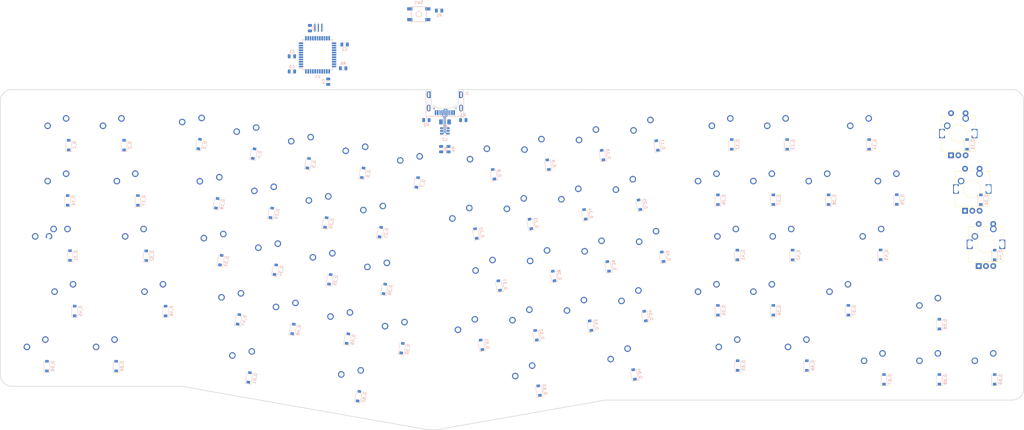
<source format=kicad_pcb>
(kicad_pcb (version 20171130) (host pcbnew "(5.1.4)-1")
  (layers (0 F.Cu signal) (31 B.Cu signal) (34 B.Paste user) (35 F.Paste user) (36 B.SilkS user) (37 F.SilkS user) (38 B.Mask user) (39 F.Mask user) (44 Edge.Cuts user))
  (net 0 "")
  (net 1 col0)
  (net 2 col1)
  (net 3 col2)
  (net 4 col3)
  (net 5 col5)
  (net 6 col6)
  (net 7 col7)
  (net 8 col8)
  (net 9 col9)
  (net 10 col10)
  (net 11 col11)
  (net 12 col12)
  (net 13 col13)
  (net 14 row0)
  (net 15 row1)
  (net 16 row2)
  (net 17 row3)
  (net 18 row4)
  (net 19 "Net-(D_1-Pad2)")
  (net 20 "Net-(D_32-Pad2)")
  (net 21 "Net-(D_33-Pad2)")
  (net 22 "Net-(D_34-Pad2)")
  (net 23 "Net-(D_35-Pad2)")
  (net 24 "Net-(D_36-Pad2)")
  (net 25 "Net-(D_51-Pad2)")
  (net 26 "Net-(D_52-Pad2)")
  (net 27 "Net-(D_53-Pad2)")
  (net 28 "Net-(D_54-Pad2)")
  (net 29 "Net-(D_2-Pad2)")
  (net 30 "Net-(D_3-Pad2)")
  (net 31 "Net-(D_4-Pad2)")
  (net 32 "Net-(D_5-Pad2)")
  (net 33 "Net-(D_6-Pad2)")
  (net 34 "Net-(D_7-Pad2)")
  (net 35 "Net-(D_37-Pad2)")
  (net 36 "Net-(D_38-Pad2)")
  (net 37 "Net-(D_39-Pad2)")
  (net 38 "Net-(D_40-Pad2)")
  (net 39 "Net-(D_55-Pad2)")
  (net 40 "Net-(D_56-Pad2)")
  (net 41 "Net-(D_57-Pad2)")
  (net 42 "Net-(D_58-Pad2)")
  (net 43 "Net-(D_8-Pad2)")
  (net 44 "Net-(D_9-Pad2)")
  (net 45 "Net-(D_10-Pad2)")
  (net 46 "Net-(D_11-Pad2)")
  (net 47 "Net-(D_12-Pad2)")
  (net 48 "Net-(D_13-Pad2)")
  (net 49 "Net-(D_14-Pad2)")
  (net 50 "Net-(D_41-Pad2)")
  (net 51 "Net-(D_42-Pad2)")
  (net 52 "Net-(D_43-Pad2)")
  (net 53 "Net-(D_59-Pad2)")
  (net 54 "Net-(D_60-Pad2)")
  (net 55 "Net-(D_61-Pad2)")
  (net 56 "Net-(D_62-Pad2)")
  (net 57 "Net-(D_16-Pad2)")
  (net 58 "Net-(D_17-Pad2)")
  (net 59 "Net-(D_18-Pad2)")
  (net 60 "Net-(D_19-Pad2)")
  (net 61 "Net-(D_20-Pad2)")
  (net 62 "Net-(D_45-Pad2)")
  (net 63 "Net-(D_46-Pad2)")
  (net 64 "Net-(D_47-Pad2)")
  (net 65 "Net-(D_48-Pad2)")
  (net 66 "Net-(D_63-Pad2)")
  (net 67 "Net-(D_64-Pad2)")
  (net 68 "Net-(D_65-Pad2)")
  (net 69 "Net-(D_66-Pad2)")
  (net 70 "Net-(D_21-Pad2)")
  (net 71 "Net-(D_22-Pad2)")
  (net 72 "Net-(D_23-Pad2)")
  (net 73 "Net-(D_24-Pad2)")
  (net 74 "Net-(D_25-Pad2)")
  (net 75 "Net-(D_26-Pad2)")
  (net 76 "Net-(D_49-Pad2)")
  (net 77 "Net-(D_50-Pad2)")
  (net 78 "Net-(D_67-Pad2)")
  (net 79 "Net-(D_68-Pad2)")
  (net 80 "Net-(D_27-Pad2)")
  (net 81 "Net-(D_28-Pad2)")
  (net 82 "Net-(D_29-Pad2)")
  (net 83 "Net-(D_31-Pad2)")
  (net 84 col4)
  (net 85 "Net-(D_69-Pad2)")
  (net 86 GND)
  (net 87 "Net-(C1-Pad1)")
  (net 88 +5V)
  (net 89 VBUS)
  (net 90 "Net-(R1-Pad2)")
  (net 91 D+)
  (net 92 "Net-(R4-Pad1)")
  (net 93 D-)
  (net 94 "Net-(R5-Pad1)")
  (net 95 "Net-(R6-Pad2)")
  (net 96 "Net-(U1-Pad42)")
  (net 97 "Net-(U1-Pad41)")
  (net 98 "Net-(U1-Pad40)")
  (net 99 "Net-(U1-Pad39)")
  (net 100 "Net-(U1-Pad38)")
  (net 101 "Net-(U1-Pad37)")
  (net 102 "Net-(U1-Pad36)")
  (net 103 "Net-(U1-Pad32)")
  (net 104 "Net-(U1-Pad31)")
  (net 105 "Net-(U1-Pad30)")
  (net 106 "Net-(U1-Pad29)")
  (net 107 "Net-(U1-Pad28)")
  (net 108 "Net-(U1-Pad27)")
  (net 109 "Net-(U1-Pad26)")
  (net 110 "Net-(U1-Pad25)")
  (net 111 "Net-(U1-Pad22)")
  (net 112 "Net-(U1-Pad21)")
  (net 113 "Net-(U1-Pad20)")
  (net 114 "Net-(U1-Pad19)")
  (net 115 "Net-(U1-Pad18)")
  (net 116 "Net-(U1-Pad17)")
  (net 117 "Net-(U1-Pad16)")
  (net 118 "Net-(U1-Pad12)")
  (net 119 "Net-(U1-Pad11)")
  (net 120 "Net-(U1-Pad10)")
  (net 121 "Net-(U1-Pad9)")
  (net 122 "Net-(U1-Pad8)")
  (net 123 "Net-(U1-Pad1)")
  (net 124 "Net-(U2-Pad4)")
  (net 125 "Net-(U2-Pad3)")
  (net 126 "Net-(J1-PadB8)")
  (net 127 "Net-(J1-PadA5)")
  (net 128 "Net-(J1-PadB5)")
  (net 129 "Net-(J1-PadA8)")
  (net 130 0row)
  (net 131 1row)
  (net 132 2row)
  (net 133 0col)
  (net 134 ENC0A)
  (net 135 ENCB)
  (net 136 ENC1A)
  (net 137 ENC2A)
  (module Keebio-Parts:RotaryEncoder_EC11 (layer F.Cu) (at 463.3595 196.596 90)
    (fp_text reference SW4)
    (fp_text value Rotary_Encoder_Switch)
    (pad A thru_hole rect (at -7.5 -2.5 90) (size 2 2) (drill 1) (layers *.Cu *.Mask) (net 137 ENC2A))
    (pad C thru_hole circle (at -7.5 0 90) (size 2 2) (drill 1) (layers *.Cu *.Mask) (net 86 GND))
    (pad B thru_hole circle (at -7.5 2.5 90) (size 2 2) (drill 1) (layers *.Cu *.Mask) (net 135 ENCB))
    (pad "" np_thru_hole rect (at 0 -5.6 90) (size 3.2 2) (drill oval 2.8 1.5) (layers *.Cu *.Mask))
    (pad "" np_thru_hole rect (at 0 5.6 90) (size 3.2 2) (drill oval 2.8 1.5) (layers *.Cu *.Mask))
    (pad S2 thru_hole circle (at 7 -2.5 90) (size 2 2) (drill 1) (layers *.Cu *.Mask) (net 133 0col))
    (pad S1 thru_hole circle (at 7 2.5 90) (size 2 2) (drill 1) (layers *.Cu *.Mask) (net 132 2row))
  )
  (module Keebio-Parts:RotaryEncoder_EC11 (layer F.Cu) (at 458.6605 177.546 90)
    (fp_text reference SW3)
    (fp_text value Rotary_Encoder_Switch)
    (pad A thru_hole rect (at -7.5 -2.5 90) (size 2 2) (drill 1) (layers *.Cu *.Mask) (net 136 ENC1A))
    (pad C thru_hole circle (at -7.5 0 90) (size 2 2) (drill 1) (layers *.Cu *.Mask) (net 86 GND))
    (pad B thru_hole circle (at -7.5 2.5 90) (size 2 2) (drill 1) (layers *.Cu *.Mask) (net 135 ENCB))
    (pad "" np_thru_hole rect (at 0 -5.6 90) (size 3.2 2) (drill oval 2.8 1.5) (layers *.Cu *.Mask))
    (pad "" np_thru_hole rect (at 0 5.6 90) (size 3.2 2) (drill oval 2.8 1.5) (layers *.Cu *.Mask))
    (pad S2 thru_hole circle (at 7 -2.5 90) (size 2 2) (drill 1) (layers *.Cu *.Mask) (net 133 0col))
    (pad S1 thru_hole circle (at 7 2.5 90) (size 2 2) (drill 1) (layers *.Cu *.Mask) (net 131 1row))
  )
  (module Keebio-Parts:RotaryEncoder_EC11 (layer F.Cu) (at 453.8345 158.4325 90)
    (fp_text reference SW2)
    (fp_text value Rotary_Encoder_Switch)
    (pad A thru_hole rect (at -7.5 -2.5 90) (size 2 2) (drill 1) (layers *.Cu *.Mask) (net 134 ENC0A))
    (pad C thru_hole circle (at -7.5 0 90) (size 2 2) (drill 1) (layers *.Cu *.Mask) (net 86 GND))
    (pad B thru_hole circle (at -7.5 2.5 90) (size 2 2) (drill 1) (layers *.Cu *.Mask) (net 135 ENCB))
    (pad "" np_thru_hole rect (at 0 -5.6 90) (size 3.2 2) (drill oval 2.8 1.5) (layers *.Cu *.Mask))
    (pad "" np_thru_hole rect (at 0 5.6 90) (size 3.2 2) (drill oval 2.8 1.5) (layers *.Cu *.Mask))
    (pad S2 thru_hole circle (at 7 -2.5 90) (size 2 2) (drill 1) (layers *.Cu *.Mask) (net 133 0col))
    (pad S1 thru_hole circle (at 7 2.5 90) (size 2 2) (drill 1) (layers *.Cu *.Mask) (net 130 0row))
  )
  (module MX_Only:MXOnly-1U-NoLED (layer F.Cu) (at 463.3595 196.4055)
    (fp_text reference K_45)
    (fp_text value KEYSW)
    (pad 2 thru_hole circle (at 2.54 -5.08) (size 2.25 2.25) (drill 1.47) (layers *.Cu B.Mask) (net 132 2row))
    (pad "" np_thru_hole circle (at 0 0) (size 3.9878 3.9878) (drill 3.9878) (layers *.Cu *.Mask))
    (pad 1 thru_hole circle (at -3.81 -2.54) (size 2.25 2.25) (drill 1.47) (layers *.Cu B.Mask) (net 133 0col))
    (pad "" np_thru_hole circle (at -5.08 0 48.0996) (size 1.75 1.75) (drill 1.75) (layers *.Cu *.Mask))
    (pad "" np_thru_hole circle (at 5.08 0 48.0996) (size 1.75 1.75) (drill 1.75) (layers *.Cu *.Mask))
  )
  (module MX_Only:MXOnly-1U-NoLED (layer F.Cu) (at 458.597 177.3555)
    (fp_text reference K_30)
    (fp_text value KEYSW)
    (pad 2 thru_hole circle (at 2.54 -5.08) (size 2.25 2.25) (drill 1.47) (layers *.Cu B.Mask) (net 131 1row))
    (pad "" np_thru_hole circle (at 0 0) (size 3.9878 3.9878) (drill 3.9878) (layers *.Cu *.Mask))
    (pad 1 thru_hole circle (at -3.81 -2.54) (size 2.25 2.25) (drill 1.47) (layers *.Cu B.Mask) (net 133 0col))
    (pad "" np_thru_hole circle (at -5.08 0 48.0996) (size 1.75 1.75) (drill 1.75) (layers *.Cu *.Mask))
    (pad "" np_thru_hole circle (at 5.08 0 48.0996) (size 1.75 1.75) (drill 1.75) (layers *.Cu *.Mask))
  )
  (module MX_Only:MXOnly-1U-NoLED (layer F.Cu) (at 453.8345 158.3055)
    (fp_text reference K_15)
    (fp_text value KEYSW)
    (pad 2 thru_hole circle (at 2.54 -5.08) (size 2.25 2.25) (drill 1.47) (layers *.Cu B.Mask) (net 130 0row))
    (pad "" np_thru_hole circle (at 0 0) (size 3.9878 3.9878) (drill 3.9878) (layers *.Cu *.Mask))
    (pad 1 thru_hole circle (at -3.81 -2.54) (size 2.25 2.25) (drill 1.47) (layers *.Cu B.Mask) (net 133 0col))
    (pad "" np_thru_hole circle (at -5.08 0 48.0996) (size 1.75 1.75) (drill 1.75) (layers *.Cu *.Mask))
    (pad "" np_thru_hole circle (at 5.08 0 48.0996) (size 1.75 1.75) (drill 1.75) (layers *.Cu *.Mask))
  )
  (module usb-type-c:Mid_Mount-USB_C_HandSoldering (layer B.Cu) (at 277.114 143.3068 90)
    (fp_text reference J1 (at -1.27 7.62 90) (layer B.SilkS) (effects (font (size 0.8 0.8)) (justify mirror)))
    (fp_text value USB2_C_Receptacle)
    (fp_line (start 0 4.67) (end 0 7.62) (layer Edge.Cuts) (width 0.15))
    (fp_line (start -5.6 4.67) (end 0 4.67) (layer Edge.Cuts) (width 0.15))
    (fp_line (start -5.6 -3.850384) (end -5.6 -3.75) (layer Edge.Cuts) (width 0.15))
    (fp_line (start 0 -4.67) (end -5.6 -4.67) (layer Edge.Cuts) (width 0.15))
    (fp_line (start 0 -7.62) (end 0 -4.67) (layer Edge.Cuts) (width 0.15))
    (fp_line (start -6.3 -2.537566) (end -6.3 2.537566) (layer Edge.Cuts) (width 0.15))
    (fp_line (start -5.6 3.850384) (end -5.6 3.75) (layer Edge.Cuts) (width 0.15))
    (fp_arc (start -6.43 3.75) (end -5.6 3.75) (angle -60) (layer Edge.Cuts) (width 0.15))
    (fp_arc (start -6.43 -3.75) (end -5.6 -3.75) (angle 60) (layer Edge.Cuts) (width 0.15))
    (fp_arc (start -5.6 4.37) (end -5.6 4.67) (angle 150) (layer Edge.Cuts) (width 0.15))
    (fp_arc (start -5.9 3.850384) (end -5.6 3.850384) (angle 60) (layer Edge.Cuts) (width 0.15))
    (fp_arc (start -5.73 2.537565) (end -6.3 2.537565) (angle -60) (layer Edge.Cuts) (width 0.15))
    (fp_arc (start -5.73 -2.537565) (end -6.3 -2.537565) (angle 60) (layer Edge.Cuts) (width 0.15))
    (fp_arc (start -5.9 -3.850384) (end -5.6 -3.850384) (angle -60) (layer Edge.Cuts) (width 0.15))
    (fp_arc (start -5.6 -4.37) (end -5.6 -4.67) (angle -150) (layer Edge.Cuts) (width 0.15))
    (pad S1 smd rect (at -1.75 -5.2) (size 0.7 2.3) (layers B.Cu B.Mask) (net 86 GND))
    (pad S1 smd rect (at -1.75 5.2) (size 0.7 2.3) (layers B.Cu B.Mask) (net 86 GND))
    (pad S1 thru_hole oval (at -6.35 -5.575) (size 1.2 2.3) (drill oval 0.5 1.65) (layers *.Cu *.Mask) (net 86 GND))
    (pad S1 thru_hole oval (at -6.35 5.575) (size 1.2 2.3) (drill oval 0.5 1.65) (layers *.Cu *.Mask) (net 86 GND))
    (pad S1 thru_hole oval (at -1.75 -5.575) (size 1.2 2.3) (drill oval 0.5 1.65) (layers *.Cu *.Mask) (net 86 GND))
    (pad S1 thru_hole oval (at -1.75 5.575) (size 1.2 2.3) (drill oval 0.5 1.65) (layers *.Cu *.Mask) (net 86 GND))
    (pad "" np_thru_hole circle (at -6.43 -3.75) (size 0.6 0.6) (drill 0.4) (layers *.Cu *.Mask))
    (pad "" np_thru_hole circle (at -6.43 3.75) (size 0.6 0.6) (drill 0.4) (layers *.Cu *.Mask))
    (pad A1B12 smd rect (at -7.93 -3.2) (size 0.55 1.7) (layers B.Cu B.Paste B.Mask) (net 86 GND))
    (pad B1A12 smd rect (at -7.93 3.2) (size 0.55 1.7) (layers B.Cu B.Paste B.Mask) (net 86 GND))
    (pad A4B9 smd rect (at -7.93 -2.45) (size 0.55 1.7) (layers B.Cu B.Paste B.Mask) (net 89 VBUS))
    (pad B8 smd rect (at -7.93 -1.75) (size 0.3 1.7) (layers B.Cu B.Paste B.Mask) (net 126 "Net-(J1-PadB8)"))
    (pad A5 smd rect (at -7.93 -1.25) (size 0.3 1.7) (layers B.Cu B.Paste B.Mask) (net 127 "Net-(J1-PadA5)"))
    (pad B7 smd rect (at -7.93 -0.75) (size 0.3 1.7) (layers B.Cu B.Paste B.Mask) (net 93 D-))
    (pad B4A9 smd rect (at -7.93 2.45) (size 0.55 1.7) (layers B.Cu B.Paste B.Mask) (net 89 VBUS))
    (pad B5 smd rect (at -7.93 1.75) (size 0.3 1.7) (layers B.Cu B.Paste B.Mask) (net 128 "Net-(J1-PadB5)"))
    (pad A8 smd rect (at -7.93 1.25) (size 0.3 1.7) (layers B.Cu B.Paste B.Mask) (net 129 "Net-(J1-PadA8)"))
    (pad B6 smd rect (at -7.93 0.75) (size 0.3 1.7) (layers B.Cu B.Paste B.Mask) (net 91 D+))
    (pad A7 smd rect (at -7.93 0.25) (size 0.3 1.7) (layers B.Cu B.Paste B.Mask) (net 93 D-))
    (pad A6 smd rect (at -7.93 -0.25) (size 0.3 1.7) (layers B.Cu B.Paste B.Mask) (net 91 D+))
  )
  (module proj_local:Resonator_SMD_muRata_CSTxExxV-3Pin_3.0x1.1mm_HandSoldering_Compact (layer B.Cu) (at 233.5784 121.9708 180)
    (fp_text reference Y1 hide)
    (fp_text value 16MHz hide)
    (pad 1 smd roundrect (at -1.2 0 180) (size 0.4 2.8) (layers B.Cu B.Paste B.Mask) (net 116 "Net-(U1-Pad17)"))
    (pad 2 smd roundrect (at 0 0 180) (size 0.4 2.8) (layers B.Cu B.Paste B.Mask) (net 86 GND))
    (pad 3 smd roundrect (at 1.2 0 180) (size 0.4 2.8) (layers B.Cu B.Paste B.Mask) (net 117 "Net-(U1-Pad16)"))
  )
  (module Package_TO_SOT_SMD:SOT-23-6 (layer B.Cu) (at 277.114 157.5308)
    (fp_text reference U2 (at 0 2.9) (layer B.SilkS) (effects (justify mirror)))
    (fp_text value SRV05-4)
    (pad 5 smd rect (at 1.1 0) (size 1.06 0.65) (layers B.Cu B.Paste B.Mask) (net 89 VBUS))
    (pad 6 smd rect (at 1.1 0.95) (size 1.06 0.65) (layers B.Cu B.Paste B.Mask) (net 91 D+))
    (pad 4 smd rect (at 1.1 -0.95) (size 1.06 0.65) (layers B.Cu B.Paste B.Mask) (net 124 "Net-(U2-Pad4)"))
    (pad 3 smd rect (at -1.1 -0.95) (size 1.06 0.65) (layers B.Cu B.Paste B.Mask) (net 125 "Net-(U2-Pad3)"))
    (pad 2 smd rect (at -1.1 0) (size 1.06 0.65) (layers B.Cu B.Paste B.Mask) (net 86 GND))
    (pad 1 smd rect (at -1.1 0.95) (size 1.06 0.65) (layers B.Cu B.Paste B.Mask) (net 93 D-))
  )
  (module Package_QFP:TQFP-44_10x10mm_P0.8mm (layer B.Cu) (at 233.299 131.318)
    (fp_text reference U1 (at 0 7.45) (layer B.SilkS) (effects (justify mirror)))
    (fp_text value ATmega32U4-AU)
    (pad 44 smd rect (at -4 5.7 270) (size 1.5 0.55) (layers B.Cu B.Paste B.Mask) (net 88 +5V))
    (pad 43 smd rect (at -3.2 5.7 270) (size 1.5 0.55) (layers B.Cu B.Paste B.Mask) (net 86 GND))
    (pad 42 smd rect (at -2.4 5.7 270) (size 1.5 0.55) (layers B.Cu B.Paste B.Mask) (net 96 "Net-(U1-Pad42)"))
    (pad 41 smd rect (at -1.6 5.7 270) (size 1.5 0.55) (layers B.Cu B.Paste B.Mask) (net 97 "Net-(U1-Pad41)"))
    (pad 40 smd rect (at -0.8 5.7 270) (size 1.5 0.55) (layers B.Cu B.Paste B.Mask) (net 98 "Net-(U1-Pad40)"))
    (pad 39 smd rect (at 0 5.7 270) (size 1.5 0.55) (layers B.Cu B.Paste B.Mask) (net 99 "Net-(U1-Pad39)"))
    (pad 38 smd rect (at 0.8 5.7 270) (size 1.5 0.55) (layers B.Cu B.Paste B.Mask) (net 100 "Net-(U1-Pad38)"))
    (pad 37 smd rect (at 1.6 5.7 270) (size 1.5 0.55) (layers B.Cu B.Paste B.Mask) (net 101 "Net-(U1-Pad37)"))
    (pad 36 smd rect (at 2.4 5.7 270) (size 1.5 0.55) (layers B.Cu B.Paste B.Mask) (net 102 "Net-(U1-Pad36)"))
    (pad 35 smd rect (at 3.2 5.7 270) (size 1.5 0.55) (layers B.Cu B.Paste B.Mask) (net 86 GND))
    (pad 34 smd rect (at 4 5.7 270) (size 1.5 0.55) (layers B.Cu B.Paste B.Mask) (net 88 +5V))
    (pad 33 smd rect (at 5.7 4) (size 1.5 0.55) (layers B.Cu B.Paste B.Mask) (net 95 "Net-(R6-Pad2)"))
    (pad 32 smd rect (at 5.7 3.2) (size 1.5 0.55) (layers B.Cu B.Paste B.Mask) (net 103 "Net-(U1-Pad32)"))
    (pad 31 smd rect (at 5.7 2.4) (size 1.5 0.55) (layers B.Cu B.Paste B.Mask) (net 104 "Net-(U1-Pad31)"))
    (pad 30 smd rect (at 5.7 1.6) (size 1.5 0.55) (layers B.Cu B.Paste B.Mask) (net 105 "Net-(U1-Pad30)"))
    (pad 29 smd rect (at 5.7 0.8) (size 1.5 0.55) (layers B.Cu B.Paste B.Mask) (net 106 "Net-(U1-Pad29)"))
    (pad 28 smd rect (at 5.7 0) (size 1.5 0.55) (layers B.Cu B.Paste B.Mask) (net 107 "Net-(U1-Pad28)"))
    (pad 27 smd rect (at 5.7 -0.8) (size 1.5 0.55) (layers B.Cu B.Paste B.Mask) (net 108 "Net-(U1-Pad27)"))
    (pad 26 smd rect (at 5.7 -1.6) (size 1.5 0.55) (layers B.Cu B.Paste B.Mask) (net 109 "Net-(U1-Pad26)"))
    (pad 25 smd rect (at 5.7 -2.4) (size 1.5 0.55) (layers B.Cu B.Paste B.Mask) (net 110 "Net-(U1-Pad25)"))
    (pad 24 smd rect (at 5.7 -3.2) (size 1.5 0.55) (layers B.Cu B.Paste B.Mask) (net 88 +5V))
    (pad 23 smd rect (at 5.7 -4) (size 1.5 0.55) (layers B.Cu B.Paste B.Mask) (net 86 GND))
    (pad 22 smd rect (at 4 -5.7 270) (size 1.5 0.55) (layers B.Cu B.Paste B.Mask) (net 111 "Net-(U1-Pad22)"))
    (pad 21 smd rect (at 3.2 -5.7 270) (size 1.5 0.55) (layers B.Cu B.Paste B.Mask) (net 112 "Net-(U1-Pad21)"))
    (pad 20 smd rect (at 2.4 -5.7 270) (size 1.5 0.55) (layers B.Cu B.Paste B.Mask) (net 113 "Net-(U1-Pad20)"))
    (pad 19 smd rect (at 1.6 -5.7 270) (size 1.5 0.55) (layers B.Cu B.Paste B.Mask) (net 114 "Net-(U1-Pad19)"))
    (pad 18 smd rect (at 0.8 -5.7 270) (size 1.5 0.55) (layers B.Cu B.Paste B.Mask) (net 115 "Net-(U1-Pad18)"))
    (pad 17 smd rect (at 0 -5.7 270) (size 1.5 0.55) (layers B.Cu B.Paste B.Mask) (net 116 "Net-(U1-Pad17)"))
    (pad 16 smd rect (at -0.8 -5.7 270) (size 1.5 0.55) (layers B.Cu B.Paste B.Mask) (net 117 "Net-(U1-Pad16)"))
    (pad 15 smd rect (at -1.6 -5.7 270) (size 1.5 0.55) (layers B.Cu B.Paste B.Mask) (net 86 GND))
    (pad 14 smd rect (at -2.4 -5.7 270) (size 1.5 0.55) (layers B.Cu B.Paste B.Mask) (net 88 +5V))
    (pad 13 smd rect (at -3.2 -5.7 270) (size 1.5 0.55) (layers B.Cu B.Paste B.Mask) (net 90 "Net-(R1-Pad2)"))
    (pad 12 smd rect (at -4 -5.7 270) (size 1.5 0.55) (layers B.Cu B.Paste B.Mask) (net 118 "Net-(U1-Pad12)"))
    (pad 11 smd rect (at -5.7 -4) (size 1.5 0.55) (layers B.Cu B.Paste B.Mask) (net 119 "Net-(U1-Pad11)"))
    (pad 10 smd rect (at -5.7 -3.2) (size 1.5 0.55) (layers B.Cu B.Paste B.Mask) (net 120 "Net-(U1-Pad10)"))
    (pad 9 smd rect (at -5.7 -2.4) (size 1.5 0.55) (layers B.Cu B.Paste B.Mask) (net 121 "Net-(U1-Pad9)"))
    (pad 8 smd rect (at -5.7 -1.6) (size 1.5 0.55) (layers B.Cu B.Paste B.Mask) (net 122 "Net-(U1-Pad8)"))
    (pad 7 smd rect (at -5.7 -0.8) (size 1.5 0.55) (layers B.Cu B.Paste B.Mask) (net 88 +5V))
    (pad 6 smd rect (at -5.7 0) (size 1.5 0.55) (layers B.Cu B.Paste B.Mask) (net 87 "Net-(C1-Pad1)"))
    (pad 5 smd rect (at -5.7 0.8) (size 1.5 0.55) (layers B.Cu B.Paste B.Mask) (net 86 GND))
    (pad 4 smd rect (at -5.7 1.6) (size 1.5 0.55) (layers B.Cu B.Paste B.Mask) (net 92 "Net-(R4-Pad1)"))
    (pad 3 smd rect (at -5.7 2.4) (size 1.5 0.55) (layers B.Cu B.Paste B.Mask) (net 94 "Net-(R5-Pad1)"))
    (pad 2 smd rect (at -5.7 3.2) (size 1.5 0.55) (layers B.Cu B.Paste B.Mask) (net 88 +5V))
    (pad 1 smd rect (at -5.7 4) (size 1.5 0.55) (layers B.Cu B.Paste B.Mask) (net 123 "Net-(U1-Pad1)"))
  )
  (module random-keyboard-parts:SKQG-1155865 (layer B.Cu) (at 268.155 117.336)
    (fp_text reference SW1 (at 0 -4.064) (layer B.SilkS) (effects (justify mirror)))
    (fp_text value SW_Push)
    (pad 4 smd rect (at -3.1 -1.85) (size 1.8 1.1) (layers B.Cu B.Paste B.Mask))
    (pad 3 smd rect (at 3.1 1.85) (size 1.8 1.1) (layers B.Cu B.Paste B.Mask))
    (pad 2 smd rect (at -3.1 1.85) (size 1.8 1.1) (layers B.Cu B.Paste B.Mask) (net 90 "Net-(R1-Pad2)"))
    (pad 1 smd rect (at 3.1 -1.85) (size 1.8 1.1) (layers B.Cu B.Paste B.Mask) (net 86 GND))
  )
  (module Resistor_SMD:R_0805_2012Metric (layer B.Cu) (at 242.1128 135.9408 180)
    (fp_text reference R6 (at 0 1.65) (layer B.SilkS) (effects (justify mirror)))
    (fp_text value 10k)
    (pad 2 smd roundrect (at 0.9375 0 180) (size 0.975 1.4) (layers B.Cu B.Paste B.Mask) (net 95 "Net-(R6-Pad2)"))
    (pad 1 smd roundrect (at -0.9375 0 180) (size 0.975 1.4) (layers B.Cu B.Paste B.Mask) (net 86 GND))
  )
  (module Resistor_SMD:R_0805_2012Metric (layer B.Cu) (at 275.844 163.8173 90)
    (fp_text reference R5 (at 0 1.65 90) (layer B.SilkS) (effects (justify mirror)))
    (fp_text value 22)
    (pad 2 smd roundrect (at 0.9375 0 90) (size 0.975 1.4) (layers B.Cu B.Paste B.Mask) (net 93 D-))
    (pad 1 smd roundrect (at -0.9375 0 90) (size 0.975 1.4) (layers B.Cu B.Paste B.Mask) (net 94 "Net-(R5-Pad1)"))
  )
  (module Resistor_SMD:R_0805_2012Metric (layer B.Cu) (at 278.384 163.8173 90)
    (fp_text reference R4 (at 0 1.65 90) (layer B.SilkS) (effects (justify mirror)))
    (fp_text value 22)
    (pad 2 smd roundrect (at 0.9375 0 90) (size 0.975 1.4) (layers B.Cu B.Paste B.Mask) (net 91 D+))
    (pad 1 smd roundrect (at -0.9375 0 90) (size 0.975 1.4) (layers B.Cu B.Paste B.Mask) (net 92 "Net-(R4-Pad1)"))
  )
  (module Resistor_SMD:R_0805_2012Metric (layer B.Cu) (at 283.464 153.797 180)
    (fp_text reference R3 (at 0 1.65) (layer B.SilkS) (effects (justify mirror)))
    (fp_text value 5.1k)
    (pad 2 smd roundrect (at 0.9375 0 180) (size 0.975 1.4) (layers B.Cu B.Paste B.Mask) (net 128 "Net-(J1-PadB5)"))
    (pad 1 smd roundrect (at -0.9375 0 180) (size 0.975 1.4) (layers B.Cu B.Paste B.Mask) (net 86 GND))
  )
  (module Resistor_SMD:R_0805_2012Metric (layer B.Cu) (at 270.764 153.797)
    (fp_text reference R2 (at 0 1.65) (layer B.SilkS) (effects (justify mirror)))
    (fp_text value 5.1k)
    (pad 2 smd roundrect (at 0.9375 0) (size 0.975 1.4) (layers B.Cu B.Paste B.Mask) (net 127 "Net-(J1-PadA5)"))
    (pad 1 smd roundrect (at -0.9375 0) (size 0.975 1.4) (layers B.Cu B.Paste B.Mask) (net 86 GND))
  )
  (module Resistor_SMD:R_0805_2012Metric (layer B.Cu) (at 275.135 116.086)
    (fp_text reference R1 (at 0 1.65) (layer B.SilkS) (effects (justify mirror)))
    (fp_text value 10k)
    (pad 2 smd roundrect (at 0.9375 0) (size 0.975 1.4) (layers B.Cu B.Paste B.Mask) (net 90 "Net-(R1-Pad2)"))
    (pad 1 smd roundrect (at -0.9375 0) (size 0.975 1.4) (layers B.Cu B.Paste B.Mask) (net 88 +5V))
  )
  (module Fuse:Fuse_1206_3216Metric (layer B.Cu) (at 277.1775 154.432)
    (fp_text reference F1 (at 0 1.82) (layer B.SilkS) (effects (justify mirror)))
    (fp_text value 500mA)
    (pad 2 smd roundrect (at 1.4 0) (size 1.25 1.75) (layers B.Cu B.Paste B.Mask) (roundrect_rratio 0.2) (net 89 VBUS))
    (pad 1 smd roundrect (at -1.4 0) (size 1.25 1.75) (layers B.Cu B.Paste B.Mask) (roundrect_rratio 0.2) (net 88 +5V))
  )
  (module Capacitor_SMD:C_0805_2012Metric (layer B.Cu) (at 224.4852 137.0584 180)
    (fp_text reference C5 (at 0 1.65) (layer B.SilkS) (effects (justify mirror)))
    (fp_text value 10uF)
    (pad 2 smd roundrect (at 0.9375 0 180) (size 0.975 1.4) (layers B.Cu B.Paste B.Mask) (net 86 GND))
    (pad 1 smd roundrect (at -0.9375 0 180) (size 0.975 1.4) (layers B.Cu B.Paste B.Mask) (net 88 +5V))
  )
  (module Capacitor_SMD:C_0805_2012Metric (layer B.Cu) (at 236.982 140.5636 270)
    (fp_text reference C4 (at 0 1.65 90) (layer B.SilkS) (effects (justify mirror)))
    (fp_text value 0.1uF)
    (pad 2 smd roundrect (at 0.9375 0 270) (size 0.975 1.4) (layers B.Cu B.Paste B.Mask) (net 86 GND))
    (pad 1 smd roundrect (at -0.9375 0 270) (size 0.975 1.4) (layers B.Cu B.Paste B.Mask) (net 88 +5V))
  )
  (module Capacitor_SMD:C_0805_2012Metric (layer B.Cu) (at 230.6828 122.1232 90)
    (fp_text reference C3 (at 0 1.65 90) (layer B.SilkS) (effects (justify mirror)))
    (fp_text value 0.1uF)
    (pad 2 smd roundrect (at 0.9375 0 90) (size 0.975 1.4) (layers B.Cu B.Paste B.Mask) (net 86 GND))
    (pad 1 smd roundrect (at -0.9375 0 90) (size 0.975 1.4) (layers B.Cu B.Paste B.Mask) (net 88 +5V))
  )
  (module Capacitor_SMD:C_0805_2012Metric (layer B.Cu) (at 242.6208 127.762)
    (fp_text reference C2 (at 0 1.65) (layer B.SilkS) (effects (justify mirror)))
    (fp_text value 0.1uF)
    (pad 2 smd roundrect (at 0.9375 0) (size 0.975 1.4) (layers B.Cu B.Paste B.Mask) (net 86 GND))
    (pad 1 smd roundrect (at -0.9375 0) (size 0.975 1.4) (layers B.Cu B.Paste B.Mask) (net 88 +5V))
  )
  (module Capacitor_SMD:C_0805_2012Metric (layer B.Cu) (at 224.4852 131.826 180)
    (fp_text reference C1 (at 0 1.65) (layer B.SilkS) (effects (justify mirror)))
    (fp_text value 1uF)
    (pad 2 smd roundrect (at 0.9375 0 180) (size 0.975 1.4) (layers B.Cu B.Paste B.Mask) (net 86 GND))
    (pad 1 smd roundrect (at -0.9375 0 180) (size 0.975 1.4) (layers B.Cu B.Paste B.Mask) (net 87 "Net-(C1-Pad1)"))
  )
  (module MX_Only:MXOnly-1.25U-NoLED (layer F.Cu) (at 139.93125 196.40625)
    (fp_text reference K_31)
    (fp_text value KEYSW)
    (pad 2 thru_hole circle (at 2.54 -5.08) (size 2.25 2.25) (drill 1.47) (layers *.Cu B.Mask) (net 83 "Net-(D_31-Pad2)"))
    (pad "" np_thru_hole circle (at 0 0) (size 3.9878 3.9878) (drill 3.9878) (layers *.Cu *.Mask))
    (pad 1 thru_hole circle (at -3.81 -2.54) (size 2.25 2.25) (drill 1.47) (layers *.Cu B.Mask) (net 1 col0))
    (pad "" np_thru_hole circle (at -5.08 0 48.0996) (size 1.75 1.75) (drill 1.75) (layers *.Cu *.Mask))
    (pad "" np_thru_hole circle (at 5.08 0 48.0996) (size 1.75 1.75) (drill 1.75) (layers *.Cu *.Mask))
  )
  (module MX_Only:MXOnly-1.25U-NoLED (layer F.Cu) (at 338.388325 237.991345 10)
    (fp_text reference K_65)
    (fp_text value KEYSW)
    (pad 2 thru_hole circle (at 2.54 -5.08 10) (size 2.25 2.25) (drill 1.47) (layers *.Cu B.Mask) (net 67 "Net-(D_64-Pad2)"))
    (pad "" np_thru_hole circle (at 0 0 10) (size 3.9878 3.9878) (drill 3.9878) (layers *.Cu *.Mask))
    (pad 1 thru_hole circle (at -3.81 -2.54 10) (size 2.25 2.25) (drill 1.47) (layers *.Cu B.Mask) (net 9 col9))
    (pad "" np_thru_hole circle (at -5.08 0 58.0996) (size 1.75 1.75) (drill 1.75) (layers *.Cu *.Mask))
    (pad "" np_thru_hole circle (at 5.08 0 58.0996) (size 1.75 1.75) (drill 1.75) (layers *.Cu *.Mask))
  )
  (module MX_Only:MXOnly-2.25U-ReversedStabilizers-NoLED (layer F.Cu) (at 305.543253 243.84684 10)
    (fp_text reference K_64)
    (fp_text value KEYSW)
    (pad 2 thru_hole circle (at 2.54 -5.08 10) (size 2.25 2.25) (drill 1.47) (layers *.Cu B.Mask) (net 66 "Net-(D_63-Pad2)"))
    (pad "" np_thru_hole circle (at 0 0 10) (size 3.9878 3.9878) (drill 3.9878) (layers *.Cu *.Mask))
    (pad 1 thru_hole circle (at -3.81 -2.54 10) (size 2.25 2.25) (drill 1.47) (layers *.Cu B.Mask) (net 7 col7))
    (pad "" np_thru_hole circle (at -5.08 0 58.0996) (size 1.75 1.75) (drill 1.75) (layers *.Cu *.Mask))
    (pad "" np_thru_hole circle (at 5.08 0 58.0996) (size 1.75 1.75) (drill 1.75) (layers *.Cu *.Mask))
    (pad "" np_thru_hole circle (at -11.90625 6.985 10) (size 3.048 3.048) (drill 3.048) (layers *.Cu *.Mask))
    (pad "" np_thru_hole circle (at 11.90625 6.985 10) (size 3.048 3.048) (drill 3.048) (layers *.Cu *.Mask))
    (pad "" np_thru_hole circle (at -11.90625 -8.255 10) (size 3.9878 3.9878) (drill 3.9878) (layers *.Cu *.Mask))
    (pad "" np_thru_hole circle (at 11.90625 -8.255 10) (size 3.9878 3.9878) (drill 3.9878) (layers *.Cu *.Mask))
  )
  (module MX_Only:MXOnly-1U-NoLED (layer F.Cu) (at 342.111121 217.957758 10)
    (fp_text reference K_55)
    (fp_text value KEYSW)
    (pad 2 thru_hole circle (at 2.54 -5.08 10) (size 2.25 2.25) (drill 1.47) (layers *.Cu B.Mask) (net 28 "Net-(D_54-Pad2)"))
    (pad "" np_thru_hole circle (at 0 0 10) (size 3.9878 3.9878) (drill 3.9878) (layers *.Cu *.Mask))
    (pad 1 thru_hole circle (at -3.81 -2.54 10) (size 2.25 2.25) (drill 1.47) (layers *.Cu B.Mask) (net 9 col9))
    (pad "" np_thru_hole circle (at -5.08 0 58.0996) (size 1.75 1.75) (drill 1.75) (layers *.Cu *.Mask))
    (pad "" np_thru_hole circle (at 5.08 0 58.0996) (size 1.75 1.75) (drill 1.75) (layers *.Cu *.Mask))
  )
  (module MX_Only:MXOnly-1U-NoLED (layer F.Cu) (at 323.350534 221.265756 10)
    (fp_text reference K_54)
    (fp_text value KEYSW)
    (pad 2 thru_hole circle (at 2.54 -5.08 10) (size 2.25 2.25) (drill 1.47) (layers *.Cu B.Mask) (net 27 "Net-(D_53-Pad2)"))
    (pad "" np_thru_hole circle (at 0 0 10) (size 3.9878 3.9878) (drill 3.9878) (layers *.Cu *.Mask))
    (pad 1 thru_hole circle (at -3.81 -2.54 10) (size 2.25 2.25) (drill 1.47) (layers *.Cu B.Mask) (net 8 col8))
    (pad "" np_thru_hole circle (at -5.08 0 58.0996) (size 1.75 1.75) (drill 1.75) (layers *.Cu *.Mask))
    (pad "" np_thru_hole circle (at 5.08 0 58.0996) (size 1.75 1.75) (drill 1.75) (layers *.Cu *.Mask))
  )
  (module MX_Only:MXOnly-1U-NoLED (layer F.Cu) (at 304.589946 224.573754 10)
    (fp_text reference K_53)
    (fp_text value KEYSW)
    (pad 2 thru_hole circle (at 2.54 -5.08 10) (size 2.25 2.25) (drill 1.47) (layers *.Cu B.Mask) (net 26 "Net-(D_52-Pad2)"))
    (pad "" np_thru_hole circle (at 0 0 10) (size 3.9878 3.9878) (drill 3.9878) (layers *.Cu *.Mask))
    (pad 1 thru_hole circle (at -3.81 -2.54 10) (size 2.25 2.25) (drill 1.47) (layers *.Cu B.Mask) (net 7 col7))
    (pad "" np_thru_hole circle (at -5.08 0 58.0996) (size 1.75 1.75) (drill 1.75) (layers *.Cu *.Mask))
    (pad "" np_thru_hole circle (at 5.08 0 58.0996) (size 1.75 1.75) (drill 1.75) (layers *.Cu *.Mask))
  )
  (module MX_Only:MXOnly-1U-NoLED (layer F.Cu) (at 285.829358 227.881751 10)
    (fp_text reference K_52)
    (fp_text value KEYSW)
    (pad 2 thru_hole circle (at 2.54 -5.08 10) (size 2.25 2.25) (drill 1.47) (layers *.Cu B.Mask) (net 25 "Net-(D_51-Pad2)"))
    (pad "" np_thru_hole circle (at 0 0 10) (size 3.9878 3.9878) (drill 3.9878) (layers *.Cu *.Mask))
    (pad 1 thru_hole circle (at -3.81 -2.54 10) (size 2.25 2.25) (drill 1.47) (layers *.Cu B.Mask) (net 6 col6))
    (pad "" np_thru_hole circle (at -5.08 0 58.0996) (size 1.75 1.75) (drill 1.75) (layers *.Cu *.Mask))
    (pad "" np_thru_hole circle (at 5.08 0 58.0996) (size 1.75 1.75) (drill 1.75) (layers *.Cu *.Mask))
  )
  (module MX_Only:MXOnly-1U-NoLED (layer F.Cu) (at 348.183417 197.543172 10)
    (fp_text reference K_41)
    (fp_text value KEYSW)
    (pad 2 thru_hole circle (at 2.54 -5.08 10) (size 2.25 2.25) (drill 1.47) (layers *.Cu B.Mask) (net 38 "Net-(D_40-Pad2)"))
    (pad "" np_thru_hole circle (at 0 0 10) (size 3.9878 3.9878) (drill 3.9878) (layers *.Cu *.Mask))
    (pad 1 thru_hole circle (at -3.81 -2.54 10) (size 2.25 2.25) (drill 1.47) (layers *.Cu B.Mask) (net 9 col9))
    (pad "" np_thru_hole circle (at -5.08 0 58.0996) (size 1.75 1.75) (drill 1.75) (layers *.Cu *.Mask))
    (pad "" np_thru_hole circle (at 5.08 0 58.0996) (size 1.75 1.75) (drill 1.75) (layers *.Cu *.Mask))
  )
  (module MX_Only:MXOnly-1U-NoLED (layer F.Cu) (at 329.42283 200.851169 10)
    (fp_text reference K_40)
    (fp_text value KEYSW)
    (pad 2 thru_hole circle (at 2.54 -5.08 10) (size 2.25 2.25) (drill 1.47) (layers *.Cu B.Mask) (net 37 "Net-(D_39-Pad2)"))
    (pad "" np_thru_hole circle (at 0 0 10) (size 3.9878 3.9878) (drill 3.9878) (layers *.Cu *.Mask))
    (pad 1 thru_hole circle (at -3.81 -2.54 10) (size 2.25 2.25) (drill 1.47) (layers *.Cu B.Mask) (net 8 col8))
    (pad "" np_thru_hole circle (at -5.08 0 58.0996) (size 1.75 1.75) (drill 1.75) (layers *.Cu *.Mask))
    (pad "" np_thru_hole circle (at 5.08 0 58.0996) (size 1.75 1.75) (drill 1.75) (layers *.Cu *.Mask))
  )
  (module MX_Only:MXOnly-1U-NoLED (layer F.Cu) (at 310.662242 204.159167 10)
    (fp_text reference K_39)
    (fp_text value KEYSW)
    (pad 2 thru_hole circle (at 2.54 -5.08 10) (size 2.25 2.25) (drill 1.47) (layers *.Cu B.Mask) (net 36 "Net-(D_38-Pad2)"))
    (pad "" np_thru_hole circle (at 0 0 10) (size 3.9878 3.9878) (drill 3.9878) (layers *.Cu *.Mask))
    (pad 1 thru_hole circle (at -3.81 -2.54 10) (size 2.25 2.25) (drill 1.47) (layers *.Cu B.Mask) (net 7 col7))
    (pad "" np_thru_hole circle (at -5.08 0 58.0996) (size 1.75 1.75) (drill 1.75) (layers *.Cu *.Mask))
    (pad "" np_thru_hole circle (at 5.08 0 58.0996) (size 1.75 1.75) (drill 1.75) (layers *.Cu *.Mask))
  )
  (module MX_Only:MXOnly-1U-NoLED (layer F.Cu) (at 291.901654 207.467165 10)
    (fp_text reference K_38)
    (fp_text value KEYSW)
    (pad 2 thru_hole circle (at 2.54 -5.08 10) (size 2.25 2.25) (drill 1.47) (layers *.Cu B.Mask) (net 35 "Net-(D_37-Pad2)"))
    (pad "" np_thru_hole circle (at 0 0 10) (size 3.9878 3.9878) (drill 3.9878) (layers *.Cu *.Mask))
    (pad 1 thru_hole circle (at -3.81 -2.54 10) (size 2.25 2.25) (drill 1.47) (layers *.Cu B.Mask) (net 6 col6))
    (pad "" np_thru_hole circle (at -5.08 0 58.0996) (size 1.75 1.75) (drill 1.75) (layers *.Cu *.Mask))
    (pad "" np_thru_hole circle (at 5.08 0 58.0996) (size 1.75 1.75) (drill 1.75) (layers *.Cu *.Mask))
  )
  (module MX_Only:MXOnly-1U-NoLED (layer F.Cu) (at 340.185273 179.609583 10)
    (fp_text reference K_25)
    (fp_text value KEYSW)
    (pad 2 thru_hole circle (at 2.54 -5.08 10) (size 2.25 2.25) (drill 1.47) (layers *.Cu B.Mask) (net 74 "Net-(D_25-Pad2)"))
    (pad "" np_thru_hole circle (at 0 0 10) (size 3.9878 3.9878) (drill 3.9878) (layers *.Cu *.Mask))
    (pad 1 thru_hole circle (at -3.81 -2.54 10) (size 2.25 2.25) (drill 1.47) (layers *.Cu B.Mask) (net 9 col9))
    (pad "" np_thru_hole circle (at -5.08 0 58.0996) (size 1.75 1.75) (drill 1.75) (layers *.Cu *.Mask))
    (pad "" np_thru_hole circle (at 5.08 0 58.0996) (size 1.75 1.75) (drill 1.75) (layers *.Cu *.Mask))
  )
  (module MX_Only:MXOnly-1U-NoLED (layer F.Cu) (at 321.424685 182.917581 10)
    (fp_text reference K_24)
    (fp_text value KEYSW)
    (pad 2 thru_hole circle (at 2.54 -5.08 10) (size 2.25 2.25) (drill 1.47) (layers *.Cu B.Mask) (net 73 "Net-(D_24-Pad2)"))
    (pad "" np_thru_hole circle (at 0 0 10) (size 3.9878 3.9878) (drill 3.9878) (layers *.Cu *.Mask))
    (pad 1 thru_hole circle (at -3.81 -2.54 10) (size 2.25 2.25) (drill 1.47) (layers *.Cu B.Mask) (net 8 col8))
    (pad "" np_thru_hole circle (at -5.08 0 58.0996) (size 1.75 1.75) (drill 1.75) (layers *.Cu *.Mask))
    (pad "" np_thru_hole circle (at 5.08 0 58.0996) (size 1.75 1.75) (drill 1.75) (layers *.Cu *.Mask))
  )
  (module MX_Only:MXOnly-1U-NoLED (layer F.Cu) (at 302.664097 186.225579 10)
    (fp_text reference K_23)
    (fp_text value KEYSW)
    (pad 2 thru_hole circle (at 2.54 -5.08 10) (size 2.25 2.25) (drill 1.47) (layers *.Cu B.Mask) (net 72 "Net-(D_23-Pad2)"))
    (pad "" np_thru_hole circle (at 0 0 10) (size 3.9878 3.9878) (drill 3.9878) (layers *.Cu *.Mask))
    (pad 1 thru_hole circle (at -3.81 -2.54 10) (size 2.25 2.25) (drill 1.47) (layers *.Cu B.Mask) (net 7 col7))
    (pad "" np_thru_hole circle (at -5.08 0 58.0996) (size 1.75 1.75) (drill 1.75) (layers *.Cu *.Mask))
    (pad "" np_thru_hole circle (at 5.08 0 58.0996) (size 1.75 1.75) (drill 1.75) (layers *.Cu *.Mask))
  )
  (module MX_Only:MXOnly-1U-NoLED (layer F.Cu) (at 283.903509 189.533577 10)
    (fp_text reference K_22)
    (fp_text value KEYSW)
    (pad 2 thru_hole circle (at 2.54 -5.08 10) (size 2.25 2.25) (drill 1.47) (layers *.Cu B.Mask) (net 71 "Net-(D_22-Pad2)"))
    (pad "" np_thru_hole circle (at 0 0 10) (size 3.9878 3.9878) (drill 3.9878) (layers *.Cu *.Mask))
    (pad 1 thru_hole circle (at -3.81 -2.54 10) (size 2.25 2.25) (drill 1.47) (layers *.Cu B.Mask) (net 6 col6))
    (pad "" np_thru_hole circle (at -5.08 0 58.0996) (size 1.75 1.75) (drill 1.75) (layers *.Cu *.Mask))
    (pad "" np_thru_hole circle (at 5.08 0 58.0996) (size 1.75 1.75) (drill 1.75) (layers *.Cu *.Mask))
  )
  (module MX_Only:MXOnly-1U-NoLED (layer F.Cu) (at 346.257569 159.194997 10)
    (fp_text reference K_11)
    (fp_text value KEYSW)
    (pad 2 thru_hole circle (at 2.54 -5.08 10) (size 2.25 2.25) (drill 1.47) (layers *.Cu B.Mask) (net 46 "Net-(D_11-Pad2)"))
    (pad "" np_thru_hole circle (at 0 0 10) (size 3.9878 3.9878) (drill 3.9878) (layers *.Cu *.Mask))
    (pad 1 thru_hole circle (at -3.81 -2.54 10) (size 2.25 2.25) (drill 1.47) (layers *.Cu B.Mask) (net 10 col10))
    (pad "" np_thru_hole circle (at -5.08 0 58.0996) (size 1.75 1.75) (drill 1.75) (layers *.Cu *.Mask))
    (pad "" np_thru_hole circle (at 5.08 0 58.0996) (size 1.75 1.75) (drill 1.75) (layers *.Cu *.Mask))
  )
  (module MX_Only:MXOnly-1U-NoLED (layer F.Cu) (at 327.496981 162.502994 10)
    (fp_text reference K_10)
    (fp_text value KEYSW)
    (pad 2 thru_hole circle (at 2.54 -5.08 10) (size 2.25 2.25) (drill 1.47) (layers *.Cu B.Mask) (net 45 "Net-(D_10-Pad2)"))
    (pad "" np_thru_hole circle (at 0 0 10) (size 3.9878 3.9878) (drill 3.9878) (layers *.Cu *.Mask))
    (pad 1 thru_hole circle (at -3.81 -2.54 10) (size 2.25 2.25) (drill 1.47) (layers *.Cu B.Mask) (net 9 col9))
    (pad "" np_thru_hole circle (at -5.08 0 58.0996) (size 1.75 1.75) (drill 1.75) (layers *.Cu *.Mask))
    (pad "" np_thru_hole circle (at 5.08 0 58.0996) (size 1.75 1.75) (drill 1.75) (layers *.Cu *.Mask))
  )
  (module MX_Only:MXOnly-1U-NoLED (layer F.Cu) (at 308.736393 165.810992 10)
    (fp_text reference K_9)
    (fp_text value KEYSW)
    (pad 2 thru_hole circle (at 2.54 -5.08 10) (size 2.25 2.25) (drill 1.47) (layers *.Cu B.Mask) (net 44 "Net-(D_9-Pad2)"))
    (pad "" np_thru_hole circle (at 0 0 10) (size 3.9878 3.9878) (drill 3.9878) (layers *.Cu *.Mask))
    (pad 1 thru_hole circle (at -3.81 -2.54 10) (size 2.25 2.25) (drill 1.47) (layers *.Cu B.Mask) (net 8 col8))
    (pad "" np_thru_hole circle (at -5.08 0 58.0996) (size 1.75 1.75) (drill 1.75) (layers *.Cu *.Mask))
    (pad "" np_thru_hole circle (at 5.08 0 58.0996) (size 1.75 1.75) (drill 1.75) (layers *.Cu *.Mask))
  )
  (module MX_Only:MXOnly-1U-NoLED (layer F.Cu) (at 289.975806 169.11899 10)
    (fp_text reference K_8)
    (fp_text value KEYSW)
    (pad 2 thru_hole circle (at 2.54 -5.08 10) (size 2.25 2.25) (drill 1.47) (layers *.Cu B.Mask) (net 43 "Net-(D_8-Pad2)"))
    (pad "" np_thru_hole circle (at 0 0 10) (size 3.9878 3.9878) (drill 3.9878) (layers *.Cu *.Mask))
    (pad 1 thru_hole circle (at -3.81 -2.54 10) (size 2.25 2.25) (drill 1.47) (layers *.Cu B.Mask) (net 7 col7))
    (pad "" np_thru_hole circle (at -5.08 0 58.0996) (size 1.75 1.75) (drill 1.75) (layers *.Cu *.Mask))
    (pad "" np_thru_hole circle (at 5.08 0 58.0996) (size 1.75 1.75) (drill 1.75) (layers *.Cu *.Mask))
  )
  (module MX_Only:MXOnly-2.75U-ReversedStabilizers-NoLED (layer F.Cu) (at 244.777675 244.595345 350)
    (fp_text reference K_63)
    (fp_text value KEYSW)
    (pad 2 thru_hole circle (at 2.54 -5.08 350) (size 2.25 2.25) (drill 1.47) (layers *.Cu B.Mask) (net 56 "Net-(D_62-Pad2)"))
    (pad "" np_thru_hole circle (at 0 0 350) (size 3.9878 3.9878) (drill 3.9878) (layers *.Cu *.Mask))
    (pad 1 thru_hole circle (at -3.81 -2.54 350) (size 2.25 2.25) (drill 1.47) (layers *.Cu B.Mask) (net 84 col4))
    (pad "" np_thru_hole circle (at -5.08 0 38.0996) (size 1.75 1.75) (drill 1.75) (layers *.Cu *.Mask))
    (pad "" np_thru_hole circle (at 5.08 0 38.0996) (size 1.75 1.75) (drill 1.75) (layers *.Cu *.Mask))
    (pad "" np_thru_hole circle (at -11.90625 6.985 350) (size 3.048 3.048) (drill 3.048) (layers *.Cu *.Mask))
    (pad "" np_thru_hole circle (at 11.90625 6.985 350) (size 3.048 3.048) (drill 3.048) (layers *.Cu *.Mask))
    (pad "" np_thru_hole circle (at -11.90625 -8.255 350) (size 3.9878 3.9878) (drill 3.9878) (layers *.Cu *.Mask))
    (pad "" np_thru_hole circle (at 11.90625 -8.255 350) (size 3.9878 3.9878) (drill 3.9878) (layers *.Cu *.Mask))
  )
  (module MX_Only:MXOnly-1.25U-NoLED (layer F.Cu) (at 207.29344 238.079097 350)
    (fp_text reference K_62)
    (fp_text value KEYSW)
    (pad 2 thru_hole circle (at 2.54 -5.08 350) (size 2.25 2.25) (drill 1.47) (layers *.Cu B.Mask) (net 55 "Net-(D_61-Pad2)"))
    (pad "" np_thru_hole circle (at 0 0 350) (size 3.9878 3.9878) (drill 3.9878) (layers *.Cu *.Mask))
    (pad 1 thru_hole circle (at -3.81 -2.54 350) (size 2.25 2.25) (drill 1.47) (layers *.Cu B.Mask) (net 3 col2))
    (pad "" np_thru_hole circle (at -5.08 0 38.0996) (size 1.75 1.75) (drill 1.75) (layers *.Cu *.Mask))
    (pad "" np_thru_hole circle (at 5.08 0 38.0996) (size 1.75 1.75) (drill 1.75) (layers *.Cu *.Mask))
  )
  (module MX_Only:MXOnly-1U-NoLED (layer F.Cu) (at 259.843554 227.971004 350)
    (fp_text reference K_51)
    (fp_text value KEYSW)
    (pad 2 thru_hole circle (at 2.54 -5.08 350) (size 2.25 2.25) (drill 1.47) (layers *.Cu B.Mask) (net 77 "Net-(D_50-Pad2)"))
    (pad "" np_thru_hole circle (at 0 0 350) (size 3.9878 3.9878) (drill 3.9878) (layers *.Cu *.Mask))
    (pad 1 thru_hole circle (at -3.81 -2.54 350) (size 2.25 2.25) (drill 1.47) (layers *.Cu B.Mask) (net 5 col5))
    (pad "" np_thru_hole circle (at -5.08 0 38.0996) (size 1.75 1.75) (drill 1.75) (layers *.Cu *.Mask))
    (pad "" np_thru_hole circle (at 5.08 0 38.0996) (size 1.75 1.75) (drill 1.75) (layers *.Cu *.Mask))
  )
  (module MX_Only:MXOnly-1U-NoLED (layer F.Cu) (at 241.082966 224.663006 350)
    (fp_text reference K_50)
    (fp_text value KEYSW)
    (pad 2 thru_hole circle (at 2.54 -5.08 350) (size 2.25 2.25) (drill 1.47) (layers *.Cu B.Mask) (net 76 "Net-(D_49-Pad2)"))
    (pad "" np_thru_hole circle (at 0 0 350) (size 3.9878 3.9878) (drill 3.9878) (layers *.Cu *.Mask))
    (pad 1 thru_hole circle (at -3.81 -2.54 350) (size 2.25 2.25) (drill 1.47) (layers *.Cu B.Mask) (net 84 col4))
    (pad "" np_thru_hole circle (at -5.08 0 38.0996) (size 1.75 1.75) (drill 1.75) (layers *.Cu *.Mask))
    (pad "" np_thru_hole circle (at 5.08 0 38.0996) (size 1.75 1.75) (drill 1.75) (layers *.Cu *.Mask))
  )
  (module MX_Only:MXOnly-1U-NoLED (layer F.Cu) (at 222.322379 221.355008 350)
    (fp_text reference K_49)
    (fp_text value KEYSW)
    (pad 2 thru_hole circle (at 2.54 -5.08 350) (size 2.25 2.25) (drill 1.47) (layers *.Cu B.Mask) (net 65 "Net-(D_48-Pad2)"))
    (pad "" np_thru_hole circle (at 0 0 350) (size 3.9878 3.9878) (drill 3.9878) (layers *.Cu *.Mask))
    (pad 1 thru_hole circle (at -3.81 -2.54 350) (size 2.25 2.25) (drill 1.47) (layers *.Cu B.Mask) (net 4 col3))
    (pad "" np_thru_hole circle (at -5.08 0 38.0996) (size 1.75 1.75) (drill 1.75) (layers *.Cu *.Mask))
    (pad "" np_thru_hole circle (at 5.08 0 38.0996) (size 1.75 1.75) (drill 1.75) (layers *.Cu *.Mask))
  )
  (module MX_Only:MXOnly-1U-NoLED (layer F.Cu) (at 203.561791 218.04701 350)
    (fp_text reference K_48)
    (fp_text value KEYSW)
    (pad 2 thru_hole circle (at 2.54 -5.08 350) (size 2.25 2.25) (drill 1.47) (layers *.Cu B.Mask) (net 64 "Net-(D_47-Pad2)"))
    (pad "" np_thru_hole circle (at 0 0 350) (size 3.9878 3.9878) (drill 3.9878) (layers *.Cu *.Mask))
    (pad 1 thru_hole circle (at -3.81 -2.54 350) (size 2.25 2.25) (drill 1.47) (layers *.Cu B.Mask) (net 3 col2))
    (pad "" np_thru_hole circle (at -5.08 0 38.0996) (size 1.75 1.75) (drill 1.75) (layers *.Cu *.Mask))
    (pad "" np_thru_hole circle (at 5.08 0 38.0996) (size 1.75 1.75) (drill 1.75) (layers *.Cu *.Mask))
  )
  (module MX_Only:MXOnly-1U-NoLED (layer F.Cu) (at 253.771258 207.556417 350)
    (fp_text reference K_37)
    (fp_text value KEYSW)
    (pad 2 thru_hole circle (at 2.54 -5.08 350) (size 2.25 2.25) (drill 1.47) (layers *.Cu B.Mask) (net 24 "Net-(D_36-Pad2)"))
    (pad "" np_thru_hole circle (at 0 0 350) (size 3.9878 3.9878) (drill 3.9878) (layers *.Cu *.Mask))
    (pad 1 thru_hole circle (at -3.81 -2.54 350) (size 2.25 2.25) (drill 1.47) (layers *.Cu B.Mask) (net 5 col5))
    (pad "" np_thru_hole circle (at -5.08 0 38.0996) (size 1.75 1.75) (drill 1.75) (layers *.Cu *.Mask))
    (pad "" np_thru_hole circle (at 5.08 0 38.0996) (size 1.75 1.75) (drill 1.75) (layers *.Cu *.Mask))
  )
  (module MX_Only:MXOnly-1U-NoLED (layer F.Cu) (at 235.01067 204.248419 350)
    (fp_text reference K_36)
    (fp_text value KEYSW)
    (pad 2 thru_hole circle (at 2.54 -5.08 350) (size 2.25 2.25) (drill 1.47) (layers *.Cu B.Mask) (net 23 "Net-(D_35-Pad2)"))
    (pad "" np_thru_hole circle (at 0 0 350) (size 3.9878 3.9878) (drill 3.9878) (layers *.Cu *.Mask))
    (pad 1 thru_hole circle (at -3.81 -2.54 350) (size 2.25 2.25) (drill 1.47) (layers *.Cu B.Mask) (net 84 col4))
    (pad "" np_thru_hole circle (at -5.08 0 38.0996) (size 1.75 1.75) (drill 1.75) (layers *.Cu *.Mask))
    (pad "" np_thru_hole circle (at 5.08 0 38.0996) (size 1.75 1.75) (drill 1.75) (layers *.Cu *.Mask))
  )
  (module MX_Only:MXOnly-1U-NoLED (layer F.Cu) (at 216.250083 200.940422 350)
    (fp_text reference K_35)
    (fp_text value KEYSW)
    (pad 2 thru_hole circle (at 2.54 -5.08 350) (size 2.25 2.25) (drill 1.47) (layers *.Cu B.Mask) (net 22 "Net-(D_34-Pad2)"))
    (pad "" np_thru_hole circle (at 0 0 350) (size 3.9878 3.9878) (drill 3.9878) (layers *.Cu *.Mask))
    (pad 1 thru_hole circle (at -3.81 -2.54 350) (size 2.25 2.25) (drill 1.47) (layers *.Cu B.Mask) (net 4 col3))
    (pad "" np_thru_hole circle (at -5.08 0 38.0996) (size 1.75 1.75) (drill 1.75) (layers *.Cu *.Mask))
    (pad "" np_thru_hole circle (at 5.08 0 38.0996) (size 1.75 1.75) (drill 1.75) (layers *.Cu *.Mask))
  )
  (module MX_Only:MXOnly-1U-NoLED (layer F.Cu) (at 197.489495 197.632424 350)
    (fp_text reference K_34)
    (fp_text value KEYSW)
    (pad 2 thru_hole circle (at 2.54 -5.08 350) (size 2.25 2.25) (drill 1.47) (layers *.Cu B.Mask) (net 21 "Net-(D_33-Pad2)"))
    (pad "" np_thru_hole circle (at 0 0 350) (size 3.9878 3.9878) (drill 3.9878) (layers *.Cu *.Mask))
    (pad 1 thru_hole circle (at -3.81 -2.54 350) (size 2.25 2.25) (drill 1.47) (layers *.Cu B.Mask) (net 3 col2))
    (pad "" np_thru_hole circle (at -5.08 0 38.0996) (size 1.75 1.75) (drill 1.75) (layers *.Cu *.Mask))
    (pad "" np_thru_hole circle (at 5.08 0 38.0996) (size 1.75 1.75) (drill 1.75) (layers *.Cu *.Mask))
  )
  (module MX_Only:MXOnly-1U-NoLED (layer F.Cu) (at 252.389109 187.96883 350)
    (fp_text reference K_21)
    (fp_text value KEYSW)
    (pad 2 thru_hole circle (at 2.54 -5.08 350) (size 2.25 2.25) (drill 1.47) (layers *.Cu B.Mask) (net 70 "Net-(D_21-Pad2)"))
    (pad "" np_thru_hole circle (at 0 0 350) (size 3.9878 3.9878) (drill 3.9878) (layers *.Cu *.Mask))
    (pad 1 thru_hole circle (at -3.81 -2.54 350) (size 2.25 2.25) (drill 1.47) (layers *.Cu B.Mask) (net 5 col5))
    (pad "" np_thru_hole circle (at -5.08 0 38.0996) (size 1.75 1.75) (drill 1.75) (layers *.Cu *.Mask))
    (pad "" np_thru_hole circle (at 5.08 0 38.0996) (size 1.75 1.75) (drill 1.75) (layers *.Cu *.Mask))
  )
  (module MX_Only:MXOnly-1U-NoLED (layer F.Cu) (at 233.628521 184.660832 350)
    (fp_text reference K_20)
    (fp_text value KEYSW)
    (pad 2 thru_hole circle (at 2.54 -5.08 350) (size 2.25 2.25) (drill 1.47) (layers *.Cu B.Mask) (net 61 "Net-(D_20-Pad2)"))
    (pad "" np_thru_hole circle (at 0 0 350) (size 3.9878 3.9878) (drill 3.9878) (layers *.Cu *.Mask))
    (pad 1 thru_hole circle (at -3.81 -2.54 350) (size 2.25 2.25) (drill 1.47) (layers *.Cu B.Mask) (net 84 col4))
    (pad "" np_thru_hole circle (at -5.08 0 38.0996) (size 1.75 1.75) (drill 1.75) (layers *.Cu *.Mask))
    (pad "" np_thru_hole circle (at 5.08 0 38.0996) (size 1.75 1.75) (drill 1.75) (layers *.Cu *.Mask))
  )
  (module MX_Only:MXOnly-1U-NoLED (layer F.Cu) (at 214.867934 181.352834 350)
    (fp_text reference K_19)
    (fp_text value KEYSW)
    (pad 2 thru_hole circle (at 2.54 -5.08 350) (size 2.25 2.25) (drill 1.47) (layers *.Cu B.Mask) (net 60 "Net-(D_19-Pad2)"))
    (pad "" np_thru_hole circle (at 0 0 350) (size 3.9878 3.9878) (drill 3.9878) (layers *.Cu *.Mask))
    (pad 1 thru_hole circle (at -3.81 -2.54 350) (size 2.25 2.25) (drill 1.47) (layers *.Cu B.Mask) (net 4 col3))
    (pad "" np_thru_hole circle (at -5.08 0 38.0996) (size 1.75 1.75) (drill 1.75) (layers *.Cu *.Mask))
    (pad "" np_thru_hole circle (at 5.08 0 38.0996) (size 1.75 1.75) (drill 1.75) (layers *.Cu *.Mask))
  )
  (module MX_Only:MXOnly-1U-NoLED (layer F.Cu) (at 196.107346 178.044837 350)
    (fp_text reference K_18)
    (fp_text value KEYSW)
    (pad 2 thru_hole circle (at 2.54 -5.08 350) (size 2.25 2.25) (drill 1.47) (layers *.Cu B.Mask) (net 59 "Net-(D_18-Pad2)"))
    (pad "" np_thru_hole circle (at 0 0 350) (size 3.9878 3.9878) (drill 3.9878) (layers *.Cu *.Mask))
    (pad 1 thru_hole circle (at -3.81 -2.54 350) (size 2.25 2.25) (drill 1.47) (layers *.Cu B.Mask) (net 3 col2))
    (pad "" np_thru_hole circle (at -5.08 0 38.0996) (size 1.75 1.75) (drill 1.75) (layers *.Cu *.Mask))
    (pad "" np_thru_hole circle (at 5.08 0 38.0996) (size 1.75 1.75) (drill 1.75) (layers *.Cu *.Mask))
  )
  (module MX_Only:MXOnly-1U-NoLED (layer F.Cu) (at 265.077401 170.862241 350)
    (fp_text reference K_7)
    (fp_text value KEYSW)
    (pad 2 thru_hole circle (at 2.54 -5.08 350) (size 2.25 2.25) (drill 1.47) (layers *.Cu B.Mask) (net 34 "Net-(D_7-Pad2)"))
    (pad "" np_thru_hole circle (at 0 0 350) (size 3.9878 3.9878) (drill 3.9878) (layers *.Cu *.Mask))
    (pad 1 thru_hole circle (at -3.81 -2.54 350) (size 2.25 2.25) (drill 1.47) (layers *.Cu B.Mask) (net 6 col6))
    (pad "" np_thru_hole circle (at -5.08 0 38.0996) (size 1.75 1.75) (drill 1.75) (layers *.Cu *.Mask))
    (pad "" np_thru_hole circle (at 5.08 0 38.0996) (size 1.75 1.75) (drill 1.75) (layers *.Cu *.Mask))
  )
  (module MX_Only:MXOnly-1U-NoLED (layer F.Cu) (at 246.316813 167.554243 350)
    (fp_text reference K_6)
    (fp_text value KEYSW)
    (pad 2 thru_hole circle (at 2.54 -5.08 350) (size 2.25 2.25) (drill 1.47) (layers *.Cu B.Mask) (net 33 "Net-(D_6-Pad2)"))
    (pad "" np_thru_hole circle (at 0 0 350) (size 3.9878 3.9878) (drill 3.9878) (layers *.Cu *.Mask))
    (pad 1 thru_hole circle (at -3.81 -2.54 350) (size 2.25 2.25) (drill 1.47) (layers *.Cu B.Mask) (net 5 col5))
    (pad "" np_thru_hole circle (at -5.08 0 38.0996) (size 1.75 1.75) (drill 1.75) (layers *.Cu *.Mask))
    (pad "" np_thru_hole circle (at 5.08 0 38.0996) (size 1.75 1.75) (drill 1.75) (layers *.Cu *.Mask))
  )
  (module MX_Only:MXOnly-1U-NoLED (layer F.Cu) (at 227.556225 164.246246 350)
    (fp_text reference K_5)
    (fp_text value KEYSW)
    (pad 2 thru_hole circle (at 2.54 -5.08 350) (size 2.25 2.25) (drill 1.47) (layers *.Cu B.Mask) (net 32 "Net-(D_5-Pad2)"))
    (pad "" np_thru_hole circle (at 0 0 350) (size 3.9878 3.9878) (drill 3.9878) (layers *.Cu *.Mask))
    (pad 1 thru_hole circle (at -3.81 -2.54 350) (size 2.25 2.25) (drill 1.47) (layers *.Cu B.Mask) (net 84 col4))
    (pad "" np_thru_hole circle (at -5.08 0 38.0996) (size 1.75 1.75) (drill 1.75) (layers *.Cu *.Mask))
    (pad "" np_thru_hole circle (at 5.08 0 38.0996) (size 1.75 1.75) (drill 1.75) (layers *.Cu *.Mask))
  )
  (module MX_Only:MXOnly-1U-NoLED (layer F.Cu) (at 208.795638 160.938248 350)
    (fp_text reference K_4)
    (fp_text value KEYSW)
    (pad 2 thru_hole circle (at 2.54 -5.08 350) (size 2.25 2.25) (drill 1.47) (layers *.Cu B.Mask) (net 31 "Net-(D_4-Pad2)"))
    (pad "" np_thru_hole circle (at 0 0 350) (size 3.9878 3.9878) (drill 3.9878) (layers *.Cu *.Mask))
    (pad 1 thru_hole circle (at -3.81 -2.54 350) (size 2.25 2.25) (drill 1.47) (layers *.Cu B.Mask) (net 4 col3))
    (pad "" np_thru_hole circle (at -5.08 0 38.0996) (size 1.75 1.75) (drill 1.75) (layers *.Cu *.Mask))
    (pad "" np_thru_hole circle (at 5.08 0 38.0996) (size 1.75 1.75) (drill 1.75) (layers *.Cu *.Mask))
  )
  (module MX_Only:MXOnly-1U-NoLED (layer F.Cu) (at 190.03505 157.63025 350)
    (fp_text reference K_3)
    (fp_text value KEYSW)
    (pad 2 thru_hole circle (at 2.54 -5.08 350) (size 2.25 2.25) (drill 1.47) (layers *.Cu B.Mask) (net 30 "Net-(D_3-Pad2)"))
    (pad "" np_thru_hole circle (at 0 0 350) (size 3.9878 3.9878) (drill 3.9878) (layers *.Cu *.Mask))
    (pad 1 thru_hole circle (at -3.81 -2.54 350) (size 2.25 2.25) (drill 1.47) (layers *.Cu B.Mask) (net 3 col2))
    (pad "" np_thru_hole circle (at -5.08 0 38.0996) (size 1.75 1.75) (drill 1.75) (layers *.Cu *.Mask))
    (pad "" np_thru_hole circle (at 5.08 0 38.0996) (size 1.75 1.75) (drill 1.75) (layers *.Cu *.Mask))
  )
  (module MX_Only:MXOnly-1U-NoLED (layer F.Cu) (at 463.31875 239.272246)
    (fp_text reference K_70)
    (fp_text value KEYSW)
    (pad 2 thru_hole circle (at 2.54 -5.08) (size 2.25 2.25) (drill 1.47) (layers *.Cu B.Mask) (net 85 "Net-(D_69-Pad2)"))
    (pad "" np_thru_hole circle (at 0 0) (size 3.9878 3.9878) (drill 3.9878) (layers *.Cu *.Mask))
    (pad 1 thru_hole circle (at -3.81 -2.54) (size 2.25 2.25) (drill 1.47) (layers *.Cu B.Mask) (net 133 0col))
    (pad "" np_thru_hole circle (at -5.08 0 48.0996) (size 1.75 1.75) (drill 1.75) (layers *.Cu *.Mask))
    (pad "" np_thru_hole circle (at 5.08 0 48.0996) (size 1.75 1.75) (drill 1.75) (layers *.Cu *.Mask))
  )
  (module MX_Only:MXOnly-1U-NoLED (layer F.Cu) (at 444.26875 239.272246)
    (fp_text reference K_69)
    (fp_text value KEYSW)
    (pad 2 thru_hole circle (at 2.54 -5.08) (size 2.25 2.25) (drill 1.47) (layers *.Cu B.Mask) (net 79 "Net-(D_68-Pad2)"))
    (pad "" np_thru_hole circle (at 0 0) (size 3.9878 3.9878) (drill 3.9878) (layers *.Cu *.Mask))
    (pad 1 thru_hole circle (at -3.81 -2.54) (size 2.25 2.25) (drill 1.47) (layers *.Cu B.Mask) (net 13 col13))
    (pad "" np_thru_hole circle (at -5.08 0 48.0996) (size 1.75 1.75) (drill 1.75) (layers *.Cu *.Mask))
    (pad "" np_thru_hole circle (at 5.08 0 48.0996) (size 1.75 1.75) (drill 1.75) (layers *.Cu *.Mask))
  )
  (module MX_Only:MXOnly-1U-NoLED (layer F.Cu) (at 425.21875 239.272246)
    (fp_text reference K_68)
    (fp_text value KEYSW)
    (pad 2 thru_hole circle (at 2.54 -5.08) (size 2.25 2.25) (drill 1.47) (layers *.Cu B.Mask) (net 78 "Net-(D_67-Pad2)"))
    (pad "" np_thru_hole circle (at 0 0) (size 3.9878 3.9878) (drill 3.9878) (layers *.Cu *.Mask))
    (pad 1 thru_hole circle (at -3.81 -2.54) (size 2.25 2.25) (drill 1.47) (layers *.Cu B.Mask) (net 12 col12))
    (pad "" np_thru_hole circle (at -5.08 0 48.0996) (size 1.75 1.75) (drill 1.75) (layers *.Cu *.Mask))
    (pad "" np_thru_hole circle (at 5.08 0 48.0996) (size 1.75 1.75) (drill 1.75) (layers *.Cu *.Mask))
  )
  (module MX_Only:MXOnly-1.25U-NoLED (layer F.Cu) (at 399.025 234.509746)
    (fp_text reference K_67)
    (fp_text value KEYSW)
    (pad 2 thru_hole circle (at 2.54 -5.08) (size 2.25 2.25) (drill 1.47) (layers *.Cu B.Mask) (net 69 "Net-(D_66-Pad2)"))
    (pad "" np_thru_hole circle (at 0 0) (size 3.9878 3.9878) (drill 3.9878) (layers *.Cu *.Mask))
    (pad 1 thru_hole circle (at -3.81 -2.54) (size 2.25 2.25) (drill 1.47) (layers *.Cu B.Mask) (net 11 col11))
    (pad "" np_thru_hole circle (at -5.08 0 48.0996) (size 1.75 1.75) (drill 1.75) (layers *.Cu *.Mask))
    (pad "" np_thru_hole circle (at 5.08 0 48.0996) (size 1.75 1.75) (drill 1.75) (layers *.Cu *.Mask))
  )
  (module MX_Only:MXOnly-1.25U-NoLED (layer F.Cu) (at 375.2125 234.509746)
    (fp_text reference K_66)
    (fp_text value KEYSW)
    (pad 2 thru_hole circle (at 2.54 -5.08) (size 2.25 2.25) (drill 1.47) (layers *.Cu B.Mask) (net 68 "Net-(D_65-Pad2)"))
    (pad "" np_thru_hole circle (at 0 0) (size 3.9878 3.9878) (drill 3.9878) (layers *.Cu *.Mask))
    (pad 1 thru_hole circle (at -3.81 -2.54) (size 2.25 2.25) (drill 1.47) (layers *.Cu B.Mask) (net 10 col10))
    (pad "" np_thru_hole circle (at -5.08 0 48.0996) (size 1.75 1.75) (drill 1.75) (layers *.Cu *.Mask))
    (pad "" np_thru_hole circle (at 5.08 0 48.0996) (size 1.75 1.75) (drill 1.75) (layers *.Cu *.Mask))
  )
  (module MX_Only:MXOnly-1.25U-NoLED (layer F.Cu) (at 160.9 234.509746)
    (fp_text reference K_61)
    (fp_text value KEYSW)
    (pad 2 thru_hole circle (at 2.54 -5.08) (size 2.25 2.25) (drill 1.47) (layers *.Cu B.Mask) (net 54 "Net-(D_60-Pad2)"))
    (pad "" np_thru_hole circle (at 0 0) (size 3.9878 3.9878) (drill 3.9878) (layers *.Cu *.Mask))
    (pad 1 thru_hole circle (at -3.81 -2.54) (size 2.25 2.25) (drill 1.47) (layers *.Cu B.Mask) (net 2 col1))
    (pad "" np_thru_hole circle (at -5.08 0 48.0996) (size 1.75 1.75) (drill 1.75) (layers *.Cu *.Mask))
    (pad "" np_thru_hole circle (at 5.08 0 48.0996) (size 1.75 1.75) (drill 1.75) (layers *.Cu *.Mask))
  )
  (module MX_Only:MXOnly-1.25U-NoLED (layer F.Cu) (at 137.0875 234.509746)
    (fp_text reference K_60)
    (fp_text value KEYSW)
    (pad 2 thru_hole circle (at 2.54 -5.08) (size 2.25 2.25) (drill 1.47) (layers *.Cu B.Mask) (net 53 "Net-(D_59-Pad2)"))
    (pad "" np_thru_hole circle (at 0 0) (size 3.9878 3.9878) (drill 3.9878) (layers *.Cu *.Mask))
    (pad 1 thru_hole circle (at -3.81 -2.54) (size 2.25 2.25) (drill 1.47) (layers *.Cu B.Mask) (net 1 col0))
    (pad "" np_thru_hole circle (at -5.08 0 48.0996) (size 1.75 1.75) (drill 1.75) (layers *.Cu *.Mask))
    (pad "" np_thru_hole circle (at 5.08 0 48.0996) (size 1.75 1.75) (drill 1.75) (layers *.Cu *.Mask))
  )
  (module MX_Only:MXOnly-1U-NoLED (layer F.Cu) (at 444.26875 220.222246)
    (fp_text reference K_59)
    (fp_text value KEYSW)
    (pad 2 thru_hole circle (at 2.54 -5.08) (size 2.25 2.25) (drill 1.47) (layers *.Cu B.Mask) (net 42 "Net-(D_58-Pad2)"))
    (pad "" np_thru_hole circle (at 0 0) (size 3.9878 3.9878) (drill 3.9878) (layers *.Cu *.Mask))
    (pad 1 thru_hole circle (at -3.81 -2.54) (size 2.25 2.25) (drill 1.47) (layers *.Cu B.Mask) (net 13 col13))
    (pad "" np_thru_hole circle (at -5.08 0 48.0996) (size 1.75 1.75) (drill 1.75) (layers *.Cu *.Mask))
    (pad "" np_thru_hole circle (at 5.08 0 48.0996) (size 1.75 1.75) (drill 1.75) (layers *.Cu *.Mask))
  )
  (module MX_Only:MXOnly-1.75U-NoLED (layer F.Cu) (at 413.3125 215.459746)
    (fp_text reference K_58)
    (fp_text value KEYSW)
    (pad 2 thru_hole circle (at 2.54 -5.08) (size 2.25 2.25) (drill 1.47) (layers *.Cu B.Mask) (net 41 "Net-(D_57-Pad2)"))
    (pad "" np_thru_hole circle (at 0 0) (size 3.9878 3.9878) (drill 3.9878) (layers *.Cu *.Mask))
    (pad 1 thru_hole circle (at -3.81 -2.54) (size 2.25 2.25) (drill 1.47) (layers *.Cu B.Mask) (net 12 col12))
    (pad "" np_thru_hole circle (at -5.08 0 48.0996) (size 1.75 1.75) (drill 1.75) (layers *.Cu *.Mask))
    (pad "" np_thru_hole circle (at 5.08 0 48.0996) (size 1.75 1.75) (drill 1.75) (layers *.Cu *.Mask))
  )
  (module MX_Only:MXOnly-1U-NoLED (layer F.Cu) (at 387.11875 215.459746)
    (fp_text reference K_57)
    (fp_text value KEYSW)
    (pad 2 thru_hole circle (at 2.54 -5.08) (size 2.25 2.25) (drill 1.47) (layers *.Cu B.Mask) (net 40 "Net-(D_56-Pad2)"))
    (pad "" np_thru_hole circle (at 0 0) (size 3.9878 3.9878) (drill 3.9878) (layers *.Cu *.Mask))
    (pad 1 thru_hole circle (at -3.81 -2.54) (size 2.25 2.25) (drill 1.47) (layers *.Cu B.Mask) (net 11 col11))
    (pad "" np_thru_hole circle (at -5.08 0 48.0996) (size 1.75 1.75) (drill 1.75) (layers *.Cu *.Mask))
    (pad "" np_thru_hole circle (at 5.08 0 48.0996) (size 1.75 1.75) (drill 1.75) (layers *.Cu *.Mask))
  )
  (module MX_Only:MXOnly-1U-NoLED (layer F.Cu) (at 368.06875 215.459746)
    (fp_text reference K_56)
    (fp_text value KEYSW)
    (pad 2 thru_hole circle (at 2.54 -5.08) (size 2.25 2.25) (drill 1.47) (layers *.Cu B.Mask) (net 39 "Net-(D_55-Pad2)"))
    (pad "" np_thru_hole circle (at 0 0) (size 3.9878 3.9878) (drill 3.9878) (layers *.Cu *.Mask))
    (pad 1 thru_hole circle (at -3.81 -2.54) (size 2.25 2.25) (drill 1.47) (layers *.Cu B.Mask) (net 10 col10))
    (pad "" np_thru_hole circle (at -5.08 0 48.0996) (size 1.75 1.75) (drill 1.75) (layers *.Cu *.Mask))
    (pad "" np_thru_hole circle (at 5.08 0 48.0996) (size 1.75 1.75) (drill 1.75) (layers *.Cu *.Mask))
  )
  (module MX_Only:MXOnly-1U-NoLED (layer F.Cu) (at 177.56875 215.459746)
    (fp_text reference K_47)
    (fp_text value KEYSW)
    (pad 2 thru_hole circle (at 2.54 -5.08) (size 2.25 2.25) (drill 1.47) (layers *.Cu B.Mask) (net 63 "Net-(D_46-Pad2)"))
    (pad "" np_thru_hole circle (at 0 0) (size 3.9878 3.9878) (drill 3.9878) (layers *.Cu *.Mask))
    (pad 1 thru_hole circle (at -3.81 -2.54) (size 2.25 2.25) (drill 1.47) (layers *.Cu B.Mask) (net 2 col1))
    (pad "" np_thru_hole circle (at -5.08 0 48.0996) (size 1.75 1.75) (drill 1.75) (layers *.Cu *.Mask))
    (pad "" np_thru_hole circle (at 5.08 0 48.0996) (size 1.75 1.75) (drill 1.75) (layers *.Cu *.Mask))
  )
  (module MX_Only:MXOnly-2.25U-ReversedStabilizers-NoLED (layer F.Cu) (at 146.6125 215.459746)
    (fp_text reference K_46)
    (fp_text value KEYSW)
    (pad 2 thru_hole circle (at 2.54 -5.08) (size 2.25 2.25) (drill 1.47) (layers *.Cu B.Mask) (net 62 "Net-(D_45-Pad2)"))
    (pad "" np_thru_hole circle (at 0 0) (size 3.9878 3.9878) (drill 3.9878) (layers *.Cu *.Mask))
    (pad 1 thru_hole circle (at -3.81 -2.54) (size 2.25 2.25) (drill 1.47) (layers *.Cu B.Mask) (net 1 col0))
    (pad "" np_thru_hole circle (at -5.08 0 48.0996) (size 1.75 1.75) (drill 1.75) (layers *.Cu *.Mask))
    (pad "" np_thru_hole circle (at 5.08 0 48.0996) (size 1.75 1.75) (drill 1.75) (layers *.Cu *.Mask))
    (pad "" np_thru_hole circle (at -11.90625 6.985) (size 3.048 3.048) (drill 3.048) (layers *.Cu *.Mask))
    (pad "" np_thru_hole circle (at 11.90625 6.985) (size 3.048 3.048) (drill 3.048) (layers *.Cu *.Mask))
    (pad "" np_thru_hole circle (at -11.90625 -8.255) (size 3.9878 3.9878) (drill 3.9878) (layers *.Cu *.Mask))
    (pad "" np_thru_hole circle (at 11.90625 -8.255) (size 3.9878 3.9878) (drill 3.9878) (layers *.Cu *.Mask))
  )
  (module MX_Only:MXOnly-2.25U-ReversedStabilizers-NoLED (layer F.Cu) (at 424.7425 196.409746)
    (fp_text reference K_44)
    (fp_text value KEYSW)
    (pad 2 thru_hole circle (at 2.54 -5.08) (size 2.25 2.25) (drill 1.47) (layers *.Cu B.Mask) (net 52 "Net-(D_43-Pad2)"))
    (pad "" np_thru_hole circle (at 0 0) (size 3.9878 3.9878) (drill 3.9878) (layers *.Cu *.Mask))
    (pad 1 thru_hole circle (at -3.81 -2.54) (size 2.25 2.25) (drill 1.47) (layers *.Cu B.Mask) (net 13 col13))
    (pad "" np_thru_hole circle (at -5.08 0 48.0996) (size 1.75 1.75) (drill 1.75) (layers *.Cu *.Mask))
    (pad "" np_thru_hole circle (at 5.08 0 48.0996) (size 1.75 1.75) (drill 1.75) (layers *.Cu *.Mask))
    (pad "" np_thru_hole circle (at -11.90625 6.985) (size 3.048 3.048) (drill 3.048) (layers *.Cu *.Mask))
    (pad "" np_thru_hole circle (at 11.90625 6.985) (size 3.048 3.048) (drill 3.048) (layers *.Cu *.Mask))
    (pad "" np_thru_hole circle (at -11.90625 -8.255) (size 3.9878 3.9878) (drill 3.9878) (layers *.Cu *.Mask))
    (pad "" np_thru_hole circle (at 11.90625 -8.255) (size 3.9878 3.9878) (drill 3.9878) (layers *.Cu *.Mask))
  )
  (module MX_Only:MXOnly-1U-NoLED (layer F.Cu) (at 393.78625 196.409746)
    (fp_text reference K_43)
    (fp_text value KEYSW)
    (pad 2 thru_hole circle (at 2.54 -5.08) (size 2.25 2.25) (drill 1.47) (layers *.Cu B.Mask) (net 51 "Net-(D_42-Pad2)"))
    (pad "" np_thru_hole circle (at 0 0) (size 3.9878 3.9878) (drill 3.9878) (layers *.Cu *.Mask))
    (pad 1 thru_hole circle (at -3.81 -2.54) (size 2.25 2.25) (drill 1.47) (layers *.Cu B.Mask) (net 11 col11))
    (pad "" np_thru_hole circle (at -5.08 0 48.0996) (size 1.75 1.75) (drill 1.75) (layers *.Cu *.Mask))
    (pad "" np_thru_hole circle (at 5.08 0 48.0996) (size 1.75 1.75) (drill 1.75) (layers *.Cu *.Mask))
  )
  (module MX_Only:MXOnly-1U-NoLED (layer F.Cu) (at 374.73625 196.409746)
    (fp_text reference K_42)
    (fp_text value KEYSW)
    (pad 2 thru_hole circle (at 2.54 -5.08) (size 2.25 2.25) (drill 1.47) (layers *.Cu B.Mask) (net 50 "Net-(D_41-Pad2)"))
    (pad "" np_thru_hole circle (at 0 0) (size 3.9878 3.9878) (drill 3.9878) (layers *.Cu *.Mask))
    (pad 1 thru_hole circle (at -3.81 -2.54) (size 2.25 2.25) (drill 1.47) (layers *.Cu B.Mask) (net 10 col10))
    (pad "" np_thru_hole circle (at -5.08 0 48.0996) (size 1.75 1.75) (drill 1.75) (layers *.Cu *.Mask))
    (pad "" np_thru_hole circle (at 5.08 0 48.0996) (size 1.75 1.75) (drill 1.75) (layers *.Cu *.Mask))
  )
  (module MX_Only:MXOnly-1U-NoLED (layer F.Cu) (at 170.90125 196.409746)
    (fp_text reference K_33)
    (fp_text value KEYSW)
    (pad 2 thru_hole circle (at 2.54 -5.08) (size 2.25 2.25) (drill 1.47) (layers *.Cu B.Mask) (net 20 "Net-(D_32-Pad2)"))
    (pad "" np_thru_hole circle (at 0 0) (size 3.9878 3.9878) (drill 3.9878) (layers *.Cu *.Mask))
    (pad 1 thru_hole circle (at -3.81 -2.54) (size 2.25 2.25) (drill 1.47) (layers *.Cu B.Mask) (net 2 col1))
    (pad "" np_thru_hole circle (at -5.08 0 48.0996) (size 1.75 1.75) (drill 1.75) (layers *.Cu *.Mask))
    (pad "" np_thru_hole circle (at 5.08 0 48.0996) (size 1.75 1.75) (drill 1.75) (layers *.Cu *.Mask))
  )
  (module MX_Only:MXOnly-1.75U-NoLED (layer F.Cu) (at 144.7075 196.409746)
    (fp_text reference K_32)
    (fp_text value KEYSW)
    (pad 2 thru_hole circle (at 2.54 -5.08) (size 2.25 2.25) (drill 1.47) (layers *.Cu B.Mask) (net 83 "Net-(D_31-Pad2)"))
    (pad "" np_thru_hole circle (at 0 0) (size 3.9878 3.9878) (drill 3.9878) (layers *.Cu *.Mask))
    (pad 1 thru_hole circle (at -3.81 -2.54) (size 2.25 2.25) (drill 1.47) (layers *.Cu B.Mask) (net 1 col0))
    (pad "" np_thru_hole circle (at -5.08 0 48.0996) (size 1.75 1.75) (drill 1.75) (layers *.Cu *.Mask))
    (pad "" np_thru_hole circle (at 5.08 0 48.0996) (size 1.75 1.75) (drill 1.75) (layers *.Cu *.Mask))
  )
  (module MX_Only:MXOnly-1.5U-NoLED (layer F.Cu) (at 429.98125 177.359746)
    (fp_text reference K_29)
    (fp_text value KEYSW)
    (pad 2 thru_hole circle (at 2.54 -5.08) (size 2.25 2.25) (drill 1.47) (layers *.Cu B.Mask) (net 82 "Net-(D_29-Pad2)"))
    (pad "" np_thru_hole circle (at 0 0) (size 3.9878 3.9878) (drill 3.9878) (layers *.Cu *.Mask))
    (pad 1 thru_hole circle (at -3.81 -2.54) (size 2.25 2.25) (drill 1.47) (layers *.Cu B.Mask) (net 13 col13))
    (pad "" np_thru_hole circle (at -5.08 0 48.0996) (size 1.75 1.75) (drill 1.75) (layers *.Cu *.Mask))
    (pad "" np_thru_hole circle (at 5.08 0 48.0996) (size 1.75 1.75) (drill 1.75) (layers *.Cu *.Mask))
  )
  (module MX_Only:MXOnly-1U-NoLED (layer F.Cu) (at 406.16875 177.359746)
    (fp_text reference K_28)
    (fp_text value KEYSW)
    (pad 2 thru_hole circle (at 2.54 -5.08) (size 2.25 2.25) (drill 1.47) (layers *.Cu B.Mask) (net 81 "Net-(D_28-Pad2)"))
    (pad "" np_thru_hole circle (at 0 0) (size 3.9878 3.9878) (drill 3.9878) (layers *.Cu *.Mask))
    (pad 1 thru_hole circle (at -3.81 -2.54) (size 2.25 2.25) (drill 1.47) (layers *.Cu B.Mask) (net 12 col12))
    (pad "" np_thru_hole circle (at -5.08 0 48.0996) (size 1.75 1.75) (drill 1.75) (layers *.Cu *.Mask))
    (pad "" np_thru_hole circle (at 5.08 0 48.0996) (size 1.75 1.75) (drill 1.75) (layers *.Cu *.Mask))
  )
  (module MX_Only:MXOnly-1U-NoLED (layer F.Cu) (at 387.11875 177.359746)
    (fp_text reference K_27)
    (fp_text value KEYSW)
    (pad 2 thru_hole circle (at 2.54 -5.08) (size 2.25 2.25) (drill 1.47) (layers *.Cu B.Mask) (net 80 "Net-(D_27-Pad2)"))
    (pad "" np_thru_hole circle (at 0 0) (size 3.9878 3.9878) (drill 3.9878) (layers *.Cu *.Mask))
    (pad 1 thru_hole circle (at -3.81 -2.54) (size 2.25 2.25) (drill 1.47) (layers *.Cu B.Mask) (net 11 col11))
    (pad "" np_thru_hole circle (at -5.08 0 48.0996) (size 1.75 1.75) (drill 1.75) (layers *.Cu *.Mask))
    (pad "" np_thru_hole circle (at 5.08 0 48.0996) (size 1.75 1.75) (drill 1.75) (layers *.Cu *.Mask))
  )
  (module MX_Only:MXOnly-1U-NoLED (layer F.Cu) (at 368.06875 177.359746)
    (fp_text reference K_26)
    (fp_text value KEYSW)
    (pad 2 thru_hole circle (at 2.54 -5.08) (size 2.25 2.25) (drill 1.47) (layers *.Cu B.Mask) (net 75 "Net-(D_26-Pad2)"))
    (pad "" np_thru_hole circle (at 0 0) (size 3.9878 3.9878) (drill 3.9878) (layers *.Cu *.Mask))
    (pad 1 thru_hole circle (at -3.81 -2.54) (size 2.25 2.25) (drill 1.47) (layers *.Cu B.Mask) (net 10 col10))
    (pad "" np_thru_hole circle (at -5.08 0 48.0996) (size 1.75 1.75) (drill 1.75) (layers *.Cu *.Mask))
    (pad "" np_thru_hole circle (at 5.08 0 48.0996) (size 1.75 1.75) (drill 1.75) (layers *.Cu *.Mask))
  )
  (module MX_Only:MXOnly-1U-NoLED (layer F.Cu) (at 168.04375 177.359746)
    (fp_text reference K_17)
    (fp_text value KEYSW)
    (pad 2 thru_hole circle (at 2.54 -5.08) (size 2.25 2.25) (drill 1.47) (layers *.Cu B.Mask) (net 58 "Net-(D_17-Pad2)"))
    (pad "" np_thru_hole circle (at 0 0) (size 3.9878 3.9878) (drill 3.9878) (layers *.Cu *.Mask))
    (pad 1 thru_hole circle (at -3.81 -2.54) (size 2.25 2.25) (drill 1.47) (layers *.Cu B.Mask) (net 2 col1))
    (pad "" np_thru_hole circle (at -5.08 0 48.0996) (size 1.75 1.75) (drill 1.75) (layers *.Cu *.Mask))
    (pad "" np_thru_hole circle (at 5.08 0 48.0996) (size 1.75 1.75) (drill 1.75) (layers *.Cu *.Mask))
  )
  (module MX_Only:MXOnly-1.5U-NoLED (layer F.Cu) (at 144.23125 177.359746)
    (fp_text reference K_16)
    (fp_text value KEYSW)
    (pad 2 thru_hole circle (at 2.54 -5.08) (size 2.25 2.25) (drill 1.47) (layers *.Cu B.Mask) (net 57 "Net-(D_16-Pad2)"))
    (pad "" np_thru_hole circle (at 0 0) (size 3.9878 3.9878) (drill 3.9878) (layers *.Cu *.Mask))
    (pad 1 thru_hole circle (at -3.81 -2.54) (size 2.25 2.25) (drill 1.47) (layers *.Cu B.Mask) (net 1 col0))
    (pad "" np_thru_hole circle (at -5.08 0 48.0996) (size 1.75 1.75) (drill 1.75) (layers *.Cu *.Mask))
    (pad "" np_thru_hole circle (at 5.08 0 48.0996) (size 1.75 1.75) (drill 1.75) (layers *.Cu *.Mask))
  )
  (module MX_Only:MXOnly-2U-ReversedStabilizers-NoLED (layer F.Cu) (at 420.45625 158.309746)
    (fp_text reference K_14)
    (fp_text value KEYSW)
    (pad 2 thru_hole circle (at 2.54 -5.08) (size 2.25 2.25) (drill 1.47) (layers *.Cu B.Mask) (net 49 "Net-(D_14-Pad2)"))
    (pad "" np_thru_hole circle (at 0 0) (size 3.9878 3.9878) (drill 3.9878) (layers *.Cu *.Mask))
    (pad 1 thru_hole circle (at -3.81 -2.54) (size 2.25 2.25) (drill 1.47) (layers *.Cu B.Mask) (net 13 col13))
    (pad "" np_thru_hole circle (at -5.08 0 48.0996) (size 1.75 1.75) (drill 1.75) (layers *.Cu *.Mask))
    (pad "" np_thru_hole circle (at 5.08 0 48.0996) (size 1.75 1.75) (drill 1.75) (layers *.Cu *.Mask))
    (pad "" np_thru_hole circle (at -11.90625 6.985) (size 3.048 3.048) (drill 3.048) (layers *.Cu *.Mask))
    (pad "" np_thru_hole circle (at 11.90625 6.985) (size 3.048 3.048) (drill 3.048) (layers *.Cu *.Mask))
    (pad "" np_thru_hole circle (at -11.90625 -8.255) (size 3.9878 3.9878) (drill 3.9878) (layers *.Cu *.Mask))
    (pad "" np_thru_hole circle (at 11.90625 -8.255) (size 3.9878 3.9878) (drill 3.9878) (layers *.Cu *.Mask))
  )
  (module MX_Only:MXOnly-1U-NoLED (layer F.Cu) (at 391.88125 158.309746)
    (fp_text reference K_13)
    (fp_text value KEYSW)
    (pad 2 thru_hole circle (at 2.54 -5.08) (size 2.25 2.25) (drill 1.47) (layers *.Cu B.Mask) (net 48 "Net-(D_13-Pad2)"))
    (pad "" np_thru_hole circle (at 0 0) (size 3.9878 3.9878) (drill 3.9878) (layers *.Cu *.Mask))
    (pad 1 thru_hole circle (at -3.81 -2.54) (size 2.25 2.25) (drill 1.47) (layers *.Cu B.Mask) (net 12 col12))
    (pad "" np_thru_hole circle (at -5.08 0 48.0996) (size 1.75 1.75) (drill 1.75) (layers *.Cu *.Mask))
    (pad "" np_thru_hole circle (at 5.08 0 48.0996) (size 1.75 1.75) (drill 1.75) (layers *.Cu *.Mask))
  )
  (module MX_Only:MXOnly-1U-NoLED (layer F.Cu) (at 372.83125 158.309746)
    (fp_text reference K_12)
    (fp_text value KEYSW)
    (pad 2 thru_hole circle (at 2.54 -5.08) (size 2.25 2.25) (drill 1.47) (layers *.Cu B.Mask) (net 47 "Net-(D_12-Pad2)"))
    (pad "" np_thru_hole circle (at 0 0) (size 3.9878 3.9878) (drill 3.9878) (layers *.Cu *.Mask))
    (pad 1 thru_hole circle (at -3.81 -2.54) (size 2.25 2.25) (drill 1.47) (layers *.Cu B.Mask) (net 11 col11))
    (pad "" np_thru_hole circle (at -5.08 0 48.0996) (size 1.75 1.75) (drill 1.75) (layers *.Cu *.Mask))
    (pad "" np_thru_hole circle (at 5.08 0 48.0996) (size 1.75 1.75) (drill 1.75) (layers *.Cu *.Mask))
  )
  (module MX_Only:MXOnly-1U-NoLED (layer F.Cu) (at 163.28125 158.309746)
    (fp_text reference K_2)
    (fp_text value KEYSW)
    (pad 2 thru_hole circle (at 2.54 -5.08) (size 2.25 2.25) (drill 1.47) (layers *.Cu B.Mask) (net 29 "Net-(D_2-Pad2)"))
    (pad "" np_thru_hole circle (at 0 0) (size 3.9878 3.9878) (drill 3.9878) (layers *.Cu *.Mask))
    (pad 1 thru_hole circle (at -3.81 -2.54) (size 2.25 2.25) (drill 1.47) (layers *.Cu B.Mask) (net 2 col1))
    (pad "" np_thru_hole circle (at -5.08 0 48.0996) (size 1.75 1.75) (drill 1.75) (layers *.Cu *.Mask))
    (pad "" np_thru_hole circle (at 5.08 0 48.0996) (size 1.75 1.75) (drill 1.75) (layers *.Cu *.Mask))
  )
  (module MX_Only:MXOnly-1U-NoLED (layer F.Cu) (at 144.23125 158.309746)
    (fp_text reference K_1)
    (fp_text value KEYSW)
    (pad 2 thru_hole circle (at 2.54 -5.08) (size 2.25 2.25) (drill 1.47) (layers *.Cu B.Mask) (net 19 "Net-(D_1-Pad2)"))
    (pad "" np_thru_hole circle (at 0 0) (size 3.9878 3.9878) (drill 3.9878) (layers *.Cu *.Mask))
    (pad 1 thru_hole circle (at -3.81 -2.54) (size 2.25 2.25) (drill 1.47) (layers *.Cu B.Mask) (net 1 col0))
    (pad "" np_thru_hole circle (at -5.08 0 48.0996) (size 1.75 1.75) (drill 1.75) (layers *.Cu *.Mask))
    (pad "" np_thru_hole circle (at 5.08 0 48.0996) (size 1.75 1.75) (drill 1.75) (layers *.Cu *.Mask))
  )
  (module Diode_SMD:D_SOD-123 (layer B.Cu) (at 147.67625 162.416546 90)
    (fp_text reference D_1 (at 0 2 90) (layer B.SilkS) (effects (justify mirror)))
    (fp_text value D)
    (pad 2 smd rect (at 1.65 0 90) (size 0.9 1.2) (layers B.Cu B.Paste B.Mask) (net 19 "Net-(D_1-Pad2)"))
    (pad 1 smd rect (at -1.65 0 90) (size 0.9 1.2) (layers B.Cu B.Paste B.Mask) (net 14 row0))
  )
  (module Diode_SMD:D_SOD-123 (layer B.Cu) (at 166.72625 162.416546 90)
    (fp_text reference D_2 (at 0 2 90) (layer B.SilkS) (effects (justify mirror)))
    (fp_text value D)
    (pad 2 smd rect (at 1.65 0 90) (size 0.9 1.2) (layers B.Cu B.Paste B.Mask) (net 29 "Net-(D_2-Pad2)"))
    (pad 1 smd rect (at -1.65 0 90) (size 0.9 1.2) (layers B.Cu B.Paste B.Mask) (net 14 row0))
  )
  (module Diode_SMD:D_SOD-123 (layer B.Cu) (at 192.56565 162.04185 80)
    (fp_text reference D_3 (at 0 2 80) (layer B.SilkS) (effects (justify mirror)))
    (fp_text value D)
    (pad 2 smd rect (at 1.65 0 80) (size 0.9 1.2) (layers B.Cu B.Paste B.Mask) (net 30 "Net-(D_3-Pad2)"))
    (pad 1 smd rect (at -1.65 0 80) (size 0.9 1.2) (layers B.Cu B.Paste B.Mask) (net 14 row0))
  )
  (module Diode_SMD:D_SOD-123 (layer B.Cu) (at 211.326238 165.349848 80)
    (fp_text reference D_4 (at 0 2 80) (layer B.SilkS) (effects (justify mirror)))
    (fp_text value D)
    (pad 2 smd rect (at 1.65 0 80) (size 0.9 1.2) (layers B.Cu B.Paste B.Mask) (net 31 "Net-(D_4-Pad2)"))
    (pad 1 smd rect (at -1.65 0 80) (size 0.9 1.2) (layers B.Cu B.Paste B.Mask) (net 14 row0))
  )
  (module Diode_SMD:D_SOD-123 (layer B.Cu) (at 230.086825 168.657846 80)
    (fp_text reference D_5 (at 0 2 80) (layer B.SilkS) (effects (justify mirror)))
    (fp_text value D)
    (pad 2 smd rect (at 1.65 0 80) (size 0.9 1.2) (layers B.Cu B.Paste B.Mask) (net 32 "Net-(D_5-Pad2)"))
    (pad 1 smd rect (at -1.65 0 80) (size 0.9 1.2) (layers B.Cu B.Paste B.Mask) (net 14 row0))
  )
  (module Diode_SMD:D_SOD-123 (layer B.Cu) (at 248.847413 171.965843 80)
    (fp_text reference D_6 (at 0 2 80) (layer B.SilkS) (effects (justify mirror)))
    (fp_text value D)
    (pad 2 smd rect (at 1.65 0 80) (size 0.9 1.2) (layers B.Cu B.Paste B.Mask) (net 33 "Net-(D_6-Pad2)"))
    (pad 1 smd rect (at -1.65 0 80) (size 0.9 1.2) (layers B.Cu B.Paste B.Mask) (net 14 row0))
  )
  (module Diode_SMD:D_SOD-123 (layer B.Cu) (at 267.608001 175.273841 80)
    (fp_text reference D_7 (at 0 2 80) (layer B.SilkS) (effects (justify mirror)))
    (fp_text value D)
    (pad 2 smd rect (at 1.65 0 80) (size 0.9 1.2) (layers B.Cu B.Paste B.Mask) (net 34 "Net-(D_7-Pad2)"))
    (pad 1 smd rect (at -1.65 0 80) (size 0.9 1.2) (layers B.Cu B.Paste B.Mask) (net 14 row0))
  )
  (module Diode_SMD:D_SOD-123 (layer B.Cu) (at 293.878006 172.46379 100)
    (fp_text reference D_8 (at 0 2 100) (layer B.SilkS) (effects (justify mirror)))
    (fp_text value D)
    (pad 2 smd rect (at 1.65 0 100) (size 0.9 1.2) (layers B.Cu B.Paste B.Mask) (net 43 "Net-(D_8-Pad2)"))
    (pad 1 smd rect (at -1.65 0 100) (size 0.9 1.2) (layers B.Cu B.Paste B.Mask) (net 14 row0))
  )
  (module Diode_SMD:D_SOD-123 (layer B.Cu) (at 312.638593 169.155792 100)
    (fp_text reference D_9 (at 0 2 100) (layer B.SilkS) (effects (justify mirror)))
    (fp_text value D)
    (pad 2 smd rect (at 1.65 0 100) (size 0.9 1.2) (layers B.Cu B.Paste B.Mask) (net 44 "Net-(D_9-Pad2)"))
    (pad 1 smd rect (at -1.65 0 100) (size 0.9 1.2) (layers B.Cu B.Paste B.Mask) (net 14 row0))
  )
  (module Diode_SMD:D_SOD-123 (layer B.Cu) (at 331.399181 165.847794 100)
    (fp_text reference D_10 (at 0 2 100) (layer B.SilkS) (effects (justify mirror)))
    (fp_text value D)
    (pad 2 smd rect (at 1.65 0 100) (size 0.9 1.2) (layers B.Cu B.Paste B.Mask) (net 45 "Net-(D_10-Pad2)"))
    (pad 1 smd rect (at -1.65 0 100) (size 0.9 1.2) (layers B.Cu B.Paste B.Mask) (net 14 row0))
  )
  (module Diode_SMD:D_SOD-123 (layer B.Cu) (at 350.159769 162.539797 100)
    (fp_text reference D_11 (at 0 2 100) (layer B.SilkS) (effects (justify mirror)))
    (fp_text value D)
    (pad 2 smd rect (at 1.65 0 100) (size 0.9 1.2) (layers B.Cu B.Paste B.Mask) (net 46 "Net-(D_11-Pad2)"))
    (pad 1 smd rect (at -1.65 0 100) (size 0.9 1.2) (layers B.Cu B.Paste B.Mask) (net 14 row0))
  )
  (module Diode_SMD:D_SOD-123 (layer B.Cu) (at 375.86985 162.162546 90)
    (fp_text reference D_12 (at 0 2 90) (layer B.SilkS) (effects (justify mirror)))
    (fp_text value D)
    (pad 2 smd rect (at 1.65 0 90) (size 0.9 1.2) (layers B.Cu B.Paste B.Mask) (net 47 "Net-(D_12-Pad2)"))
    (pad 1 smd rect (at -1.65 0 90) (size 0.9 1.2) (layers B.Cu B.Paste B.Mask) (net 14 row0))
  )
  (module Diode_SMD:D_SOD-123 (layer B.Cu) (at 394.91985 162.162546 90)
    (fp_text reference D_13 (at 0 2 90) (layer B.SilkS) (effects (justify mirror)))
    (fp_text value D)
    (pad 2 smd rect (at 1.65 0 90) (size 0.9 1.2) (layers B.Cu B.Paste B.Mask) (net 48 "Net-(D_13-Pad2)"))
    (pad 1 smd rect (at -1.65 0 90) (size 0.9 1.2) (layers B.Cu B.Paste B.Mask) (net 14 row0))
  )
  (module Diode_SMD:D_SOD-123 (layer B.Cu) (at 423.1386 162.162546 90)
    (fp_text reference D_14 (at 0 2 90) (layer B.SilkS) (effects (justify mirror)))
    (fp_text value D)
    (pad 2 smd rect (at 1.65 0 90) (size 0.9 1.2) (layers B.Cu B.Paste B.Mask) (net 49 "Net-(D_14-Pad2)"))
    (pad 1 smd rect (at -1.65 0 90) (size 0.9 1.2) (layers B.Cu B.Paste B.Mask) (net 14 row0))
  )
  (module Diode_SMD:D_SOD-123 (layer B.Cu) (at 456.83235 162.162546 90)
    (fp_text reference D_15 (at 0 2 90) (layer B.SilkS) (effects (justify mirror)))
    (fp_text value D)
    (pad 2 smd rect (at 1.65 0 90) (size 0.9 1.2) (layers B.Cu B.Paste B.Mask) (net 130 0row))
    (pad 1 smd rect (at -1.65 0 90) (size 0.9 1.2) (layers B.Cu B.Paste B.Mask) (net 14 row0))
  )
  (module Diode_SMD:D_SOD-123 (layer B.Cu) (at 147.32 181.466546 90)
    (fp_text reference D_16 (at 0 2 90) (layer B.SilkS) (effects (justify mirror)))
    (fp_text value D)
    (pad 2 smd rect (at 1.65 0 90) (size 0.9 1.2) (layers B.Cu B.Paste B.Mask) (net 57 "Net-(D_16-Pad2)"))
    (pad 1 smd rect (at -1.65 0 90) (size 0.9 1.2) (layers B.Cu B.Paste B.Mask) (net 15 row1))
  )
  (module Diode_SMD:D_SOD-123 (layer B.Cu) (at 171.48875 181.466546 90)
    (fp_text reference D_17 (at 0 2 90) (layer B.SilkS) (effects (justify mirror)))
    (fp_text value D)
    (pad 2 smd rect (at 1.65 0 90) (size 0.9 1.2) (layers B.Cu B.Paste B.Mask) (net 58 "Net-(D_17-Pad2)"))
    (pad 1 smd rect (at -1.65 0 90) (size 0.9 1.2) (layers B.Cu B.Paste B.Mask) (net 15 row1))
  )
  (module Diode_SMD:D_SOD-123 (layer B.Cu) (at 198.637946 182.456437 80)
    (fp_text reference D_18 (at 0 2 80) (layer B.SilkS) (effects (justify mirror)))
    (fp_text value D)
    (pad 2 smd rect (at 1.65 0 80) (size 0.9 1.2) (layers B.Cu B.Paste B.Mask) (net 59 "Net-(D_18-Pad2)"))
    (pad 1 smd rect (at -1.65 0 80) (size 0.9 1.2) (layers B.Cu B.Paste B.Mask) (net 15 row1))
  )
  (module Diode_SMD:D_SOD-123 (layer B.Cu) (at 217.398534 185.764434 80)
    (fp_text reference D_19 (at 0 2 80) (layer B.SilkS) (effects (justify mirror)))
    (fp_text value D)
    (pad 2 smd rect (at 1.65 0 80) (size 0.9 1.2) (layers B.Cu B.Paste B.Mask) (net 60 "Net-(D_19-Pad2)"))
    (pad 1 smd rect (at -1.65 0 80) (size 0.9 1.2) (layers B.Cu B.Paste B.Mask) (net 15 row1))
  )
  (module Diode_SMD:D_SOD-123 (layer B.Cu) (at 236.159121 189.072432 80)
    (fp_text reference D_20 (at 0 2 80) (layer B.SilkS) (effects (justify mirror)))
    (fp_text value D)
    (pad 2 smd rect (at 1.65 0 80) (size 0.9 1.2) (layers B.Cu B.Paste B.Mask) (net 61 "Net-(D_20-Pad2)"))
    (pad 1 smd rect (at -1.65 0 80) (size 0.9 1.2) (layers B.Cu B.Paste B.Mask) (net 15 row1))
  )
  (module Diode_SMD:D_SOD-123 (layer B.Cu) (at 254.919709 192.38043 80)
    (fp_text reference D_21 (at 0 2 80) (layer B.SilkS) (effects (justify mirror)))
    (fp_text value D)
    (pad 2 smd rect (at 1.65 0 80) (size 0.9 1.2) (layers B.Cu B.Paste B.Mask) (net 70 "Net-(D_21-Pad2)"))
    (pad 1 smd rect (at -1.65 0 80) (size 0.9 1.2) (layers B.Cu B.Paste B.Mask) (net 15 row1))
  )
  (module Diode_SMD:D_SOD-123 (layer B.Cu) (at 287.805709 192.878377 100)
    (fp_text reference D_22 (at 0 2 100) (layer B.SilkS) (effects (justify mirror)))
    (fp_text value D)
    (pad 2 smd rect (at 1.65 0 100) (size 0.9 1.2) (layers B.Cu B.Paste B.Mask) (net 71 "Net-(D_22-Pad2)"))
    (pad 1 smd rect (at -1.65 0 100) (size 0.9 1.2) (layers B.Cu B.Paste B.Mask) (net 15 row1))
  )
  (module Diode_SMD:D_SOD-123 (layer B.Cu) (at 306.566297 189.570379 100)
    (fp_text reference D_23 (at 0 2 100) (layer B.SilkS) (effects (justify mirror)))
    (fp_text value D)
    (pad 2 smd rect (at 1.65 0 100) (size 0.9 1.2) (layers B.Cu B.Paste B.Mask) (net 72 "Net-(D_23-Pad2)"))
    (pad 1 smd rect (at -1.65 0 100) (size 0.9 1.2) (layers B.Cu B.Paste B.Mask) (net 15 row1))
  )
  (module Diode_SMD:D_SOD-123 (layer B.Cu) (at 325.326885 186.262381 100)
    (fp_text reference D_24 (at 0 2 100) (layer B.SilkS) (effects (justify mirror)))
    (fp_text value D)
    (pad 2 smd rect (at 1.65 0 100) (size 0.9 1.2) (layers B.Cu B.Paste B.Mask) (net 73 "Net-(D_24-Pad2)"))
    (pad 1 smd rect (at -1.65 0 100) (size 0.9 1.2) (layers B.Cu B.Paste B.Mask) (net 15 row1))
  )
  (module Diode_SMD:D_SOD-123 (layer B.Cu) (at 344.087473 182.954383 100)
    (fp_text reference D_25 (at 0 2 100) (layer B.SilkS) (effects (justify mirror)))
    (fp_text value D)
    (pad 2 smd rect (at 1.65 0 100) (size 0.9 1.2) (layers B.Cu B.Paste B.Mask) (net 74 "Net-(D_25-Pad2)"))
    (pad 1 smd rect (at -1.65 0 100) (size 0.9 1.2) (layers B.Cu B.Paste B.Mask) (net 15 row1))
  )
  (module Diode_SMD:D_SOD-123 (layer B.Cu) (at 371.10735 181.212546 90)
    (fp_text reference D_26 (at 0 2 90) (layer B.SilkS) (effects (justify mirror)))
    (fp_text value D)
    (pad 2 smd rect (at 1.65 0 90) (size 0.9 1.2) (layers B.Cu B.Paste B.Mask) (net 75 "Net-(D_26-Pad2)"))
    (pad 1 smd rect (at -1.65 0 90) (size 0.9 1.2) (layers B.Cu B.Paste B.Mask) (net 15 row1))
  )
  (module Diode_SMD:D_SOD-123 (layer B.Cu) (at 390.15735 181.212546 90)
    (fp_text reference D_27 (at 0 2 90) (layer B.SilkS) (effects (justify mirror)))
    (fp_text value D)
    (pad 2 smd rect (at 1.65 0 90) (size 0.9 1.2) (layers B.Cu B.Paste B.Mask) (net 80 "Net-(D_27-Pad2)"))
    (pad 1 smd rect (at -1.65 0 90) (size 0.9 1.2) (layers B.Cu B.Paste B.Mask) (net 15 row1))
  )
  (module Diode_SMD:D_SOD-123 (layer B.Cu) (at 409.20735 181.212546 90)
    (fp_text reference D_28 (at 0 2 90) (layer B.SilkS) (effects (justify mirror)))
    (fp_text value D)
    (pad 2 smd rect (at 1.65 0 90) (size 0.9 1.2) (layers B.Cu B.Paste B.Mask) (net 81 "Net-(D_28-Pad2)"))
    (pad 1 smd rect (at -1.65 0 90) (size 0.9 1.2) (layers B.Cu B.Paste B.Mask) (net 15 row1))
  )
  (module Diode_SMD:D_SOD-123 (layer B.Cu) (at 432.6636 181.1528 90)
    (fp_text reference D_29 (at 0 2 90) (layer B.SilkS) (effects (justify mirror)))
    (fp_text value D)
    (pad 2 smd rect (at 1.65 0 90) (size 0.9 1.2) (layers B.Cu B.Paste B.Mask) (net 82 "Net-(D_29-Pad2)"))
    (pad 1 smd rect (at -1.65 0 90) (size 0.9 1.2) (layers B.Cu B.Paste B.Mask) (net 15 row1))
  )
  (module Diode_SMD:D_SOD-123 (layer B.Cu) (at 461.59485 181.212546 90)
    (fp_text reference D_30 (at 0 2 90) (layer B.SilkS) (effects (justify mirror)))
    (fp_text value D)
    (pad 2 smd rect (at 1.65 0 90) (size 0.9 1.2) (layers B.Cu B.Paste B.Mask) (net 131 1row))
    (pad 1 smd rect (at -1.65 0 90) (size 0.9 1.2) (layers B.Cu B.Paste B.Mask) (net 15 row1))
  )
  (module Diode_SMD:D_SOD-123 (layer B.Cu) (at 148.11375 200.4568 90)
    (fp_text reference D_31 (at 0 2 90) (layer B.SilkS) (effects (justify mirror)))
    (fp_text value D)
    (pad 2 smd rect (at 1.65 0 90) (size 0.9 1.2) (layers B.Cu B.Paste B.Mask) (net 83 "Net-(D_31-Pad2)"))
    (pad 1 smd rect (at -1.65 0 90) (size 0.9 1.2) (layers B.Cu B.Paste B.Mask) (net 16 row2))
  )
  (module Diode_SMD:D_SOD-123 (layer B.Cu) (at 174.34625 200.516546 90)
    (fp_text reference D_32 (at 0 2 90) (layer B.SilkS) (effects (justify mirror)))
    (fp_text value D)
    (pad 2 smd rect (at 1.65 0 90) (size 0.9 1.2) (layers B.Cu B.Paste B.Mask) (net 20 "Net-(D_32-Pad2)"))
    (pad 1 smd rect (at -1.65 0 90) (size 0.9 1.2) (layers B.Cu B.Paste B.Mask) (net 16 row2))
  )
  (module Diode_SMD:D_SOD-123 (layer B.Cu) (at 200.020095 202.044024 80)
    (fp_text reference D_33 (at 0 2 80) (layer B.SilkS) (effects (justify mirror)))
    (fp_text value D)
    (pad 2 smd rect (at 1.65 0 80) (size 0.9 1.2) (layers B.Cu B.Paste B.Mask) (net 21 "Net-(D_33-Pad2)"))
    (pad 1 smd rect (at -1.65 0 80) (size 0.9 1.2) (layers B.Cu B.Paste B.Mask) (net 16 row2))
  )
  (module Diode_SMD:D_SOD-123 (layer B.Cu) (at 218.780683 205.352022 80)
    (fp_text reference D_34 (at 0 2 80) (layer B.SilkS) (effects (justify mirror)))
    (fp_text value D)
    (pad 2 smd rect (at 1.65 0 80) (size 0.9 1.2) (layers B.Cu B.Paste B.Mask) (net 22 "Net-(D_34-Pad2)"))
    (pad 1 smd rect (at -1.65 0 80) (size 0.9 1.2) (layers B.Cu B.Paste B.Mask) (net 16 row2))
  )
  (module Diode_SMD:D_SOD-123 (layer B.Cu) (at 237.54127 208.660019 80)
    (fp_text reference D_35 (at 0 2 80) (layer B.SilkS) (effects (justify mirror)))
    (fp_text value D)
    (pad 2 smd rect (at 1.65 0 80) (size 0.9 1.2) (layers B.Cu B.Paste B.Mask) (net 23 "Net-(D_35-Pad2)"))
    (pad 1 smd rect (at -1.65 0 80) (size 0.9 1.2) (layers B.Cu B.Paste B.Mask) (net 16 row2))
  )
  (module Diode_SMD:D_SOD-123 (layer B.Cu) (at 256.301858 211.968017 80)
    (fp_text reference D_36 (at 0 2 80) (layer B.SilkS) (effects (justify mirror)))
    (fp_text value D)
    (pad 2 smd rect (at 1.65 0 80) (size 0.9 1.2) (layers B.Cu B.Paste B.Mask) (net 24 "Net-(D_36-Pad2)"))
    (pad 1 smd rect (at -1.65 0 80) (size 0.9 1.2) (layers B.Cu B.Paste B.Mask) (net 16 row2))
  )
  (module Diode_SMD:D_SOD-123 (layer B.Cu) (at 295.803854 210.811965 100)
    (fp_text reference D_37 (at 0 2 100) (layer B.SilkS) (effects (justify mirror)))
    (fp_text value D)
    (pad 2 smd rect (at 1.65 0 100) (size 0.9 1.2) (layers B.Cu B.Paste B.Mask) (net 35 "Net-(D_37-Pad2)"))
    (pad 1 smd rect (at -1.65 0 100) (size 0.9 1.2) (layers B.Cu B.Paste B.Mask) (net 16 row2))
  )
  (module Diode_SMD:D_SOD-123 (layer B.Cu) (at 314.564442 207.503967 100)
    (fp_text reference D_38 (at 0 2 100) (layer B.SilkS) (effects (justify mirror)))
    (fp_text value D)
    (pad 2 smd rect (at 1.65 0 100) (size 0.9 1.2) (layers B.Cu B.Paste B.Mask) (net 36 "Net-(D_38-Pad2)"))
    (pad 1 smd rect (at -1.65 0 100) (size 0.9 1.2) (layers B.Cu B.Paste B.Mask) (net 16 row2))
  )
  (module Diode_SMD:D_SOD-123 (layer B.Cu) (at 333.32503 204.195969 100)
    (fp_text reference D_39 (at 0 2 100) (layer B.SilkS) (effects (justify mirror)))
    (fp_text value D)
    (pad 2 smd rect (at 1.65 0 100) (size 0.9 1.2) (layers B.Cu B.Paste B.Mask) (net 37 "Net-(D_39-Pad2)"))
    (pad 1 smd rect (at -1.65 0 100) (size 0.9 1.2) (layers B.Cu B.Paste B.Mask) (net 16 row2))
  )
  (module Diode_SMD:D_SOD-123 (layer B.Cu) (at 352.085617 200.887972 100)
    (fp_text reference D_40 (at 0 2 100) (layer B.SilkS) (effects (justify mirror)))
    (fp_text value D)
    (pad 2 smd rect (at 1.65 0 100) (size 0.9 1.2) (layers B.Cu B.Paste B.Mask) (net 38 "Net-(D_40-Pad2)"))
    (pad 1 smd rect (at -1.65 0 100) (size 0.9 1.2) (layers B.Cu B.Paste B.Mask) (net 16 row2))
  )
  (module Diode_SMD:D_SOD-123 (layer B.Cu) (at 377.77485 200.262546 90)
    (fp_text reference D_41 (at 0 2 90) (layer B.SilkS) (effects (justify mirror)))
    (fp_text value D)
    (pad 2 smd rect (at 1.65 0 90) (size 0.9 1.2) (layers B.Cu B.Paste B.Mask) (net 50 "Net-(D_41-Pad2)"))
    (pad 1 smd rect (at -1.65 0 90) (size 0.9 1.2) (layers B.Cu B.Paste B.Mask) (net 16 row2))
  )
  (module Diode_SMD:D_SOD-123 (layer B.Cu) (at 396.82485 200.262546 90)
    (fp_text reference D_42 (at 0 2 90) (layer B.SilkS) (effects (justify mirror)))
    (fp_text value D)
    (pad 2 smd rect (at 1.65 0 90) (size 0.9 1.2) (layers B.Cu B.Paste B.Mask) (net 51 "Net-(D_42-Pad2)"))
    (pad 1 smd rect (at -1.65 0 90) (size 0.9 1.2) (layers B.Cu B.Paste B.Mask) (net 16 row2))
  )
  (module Diode_SMD:D_SOD-123 (layer B.Cu) (at 427.10735 200.2028 90)
    (fp_text reference D_43 (at 0 2 90) (layer B.SilkS) (effects (justify mirror)))
    (fp_text value D)
    (pad 2 smd rect (at 1.65 0 90) (size 0.9 1.2) (layers B.Cu B.Paste B.Mask) (net 52 "Net-(D_43-Pad2)"))
    (pad 1 smd rect (at -1.65 0 90) (size 0.9 1.2) (layers B.Cu B.Paste B.Mask) (net 16 row2))
  )
  (module Diode_SMD:D_SOD-123 (layer B.Cu) (at 466.35735 200.262546 90)
    (fp_text reference D_44 (at 0 2 90) (layer B.SilkS) (effects (justify mirror)))
    (fp_text value D)
    (pad 2 smd rect (at 1.65 0 90) (size 0.9 1.2) (layers B.Cu B.Paste B.Mask) (net 132 2row))
    (pad 1 smd rect (at -1.65 0 90) (size 0.9 1.2) (layers B.Cu B.Paste B.Mask) (net 16 row2))
  )
  (module Diode_SMD:D_SOD-123 (layer B.Cu) (at 149.733 219.566546 90)
    (fp_text reference D_45 (at 0 2 90) (layer B.SilkS) (effects (justify mirror)))
    (fp_text value D)
    (pad 2 smd rect (at 1.65 0 90) (size 0.9 1.2) (layers B.Cu B.Paste B.Mask) (net 62 "Net-(D_45-Pad2)"))
    (pad 1 smd rect (at -1.65 0 90) (size 0.9 1.2) (layers B.Cu B.Paste B.Mask) (net 17 row3))
  )
  (module Diode_SMD:D_SOD-123 (layer B.Cu) (at 181.01375 219.566546 90)
    (fp_text reference D_46 (at 0 2 90) (layer B.SilkS) (effects (justify mirror)))
    (fp_text value D)
    (pad 2 smd rect (at 1.65 0 90) (size 0.9 1.2) (layers B.Cu B.Paste B.Mask) (net 63 "Net-(D_46-Pad2)"))
    (pad 1 smd rect (at -1.65 0 90) (size 0.9 1.2) (layers B.Cu B.Paste B.Mask) (net 17 row3))
  )
  (module Diode_SMD:D_SOD-123 (layer B.Cu) (at 206.092391 222.45861 80)
    (fp_text reference D_47 (at 0 2 80) (layer B.SilkS) (effects (justify mirror)))
    (fp_text value D)
    (pad 2 smd rect (at 1.65 0 80) (size 0.9 1.2) (layers B.Cu B.Paste B.Mask) (net 64 "Net-(D_47-Pad2)"))
    (pad 1 smd rect (at -1.65 0 80) (size 0.9 1.2) (layers B.Cu B.Paste B.Mask) (net 17 row3))
  )
  (module Diode_SMD:D_SOD-123 (layer B.Cu) (at 224.852979 225.766608 80)
    (fp_text reference D_48 (at 0 2 80) (layer B.SilkS) (effects (justify mirror)))
    (fp_text value D)
    (pad 2 smd rect (at 1.65 0 80) (size 0.9 1.2) (layers B.Cu B.Paste B.Mask) (net 65 "Net-(D_48-Pad2)"))
    (pad 1 smd rect (at -1.65 0 80) (size 0.9 1.2) (layers B.Cu B.Paste B.Mask) (net 17 row3))
  )
  (module Diode_SMD:D_SOD-123 (layer B.Cu) (at 243.613566 229.074606 80)
    (fp_text reference D_49 (at 0 2 80) (layer B.SilkS) (effects (justify mirror)))
    (fp_text value D)
    (pad 2 smd rect (at 1.65 0 80) (size 0.9 1.2) (layers B.Cu B.Paste B.Mask) (net 76 "Net-(D_49-Pad2)"))
    (pad 1 smd rect (at -1.65 0 80) (size 0.9 1.2) (layers B.Cu B.Paste B.Mask) (net 17 row3))
  )
  (module Diode_SMD:D_SOD-123 (layer B.Cu) (at 262.374154 232.382604 80)
    (fp_text reference D_50 (at 0 2 80) (layer B.SilkS) (effects (justify mirror)))
    (fp_text value D)
    (pad 2 smd rect (at 1.65 0 80) (size 0.9 1.2) (layers B.Cu B.Paste B.Mask) (net 77 "Net-(D_50-Pad2)"))
    (pad 1 smd rect (at -1.65 0 80) (size 0.9 1.2) (layers B.Cu B.Paste B.Mask) (net 17 row3))
  )
  (module Diode_SMD:D_SOD-123 (layer B.Cu) (at 289.731558 231.226551 100)
    (fp_text reference D_51 (at 0 2 100) (layer B.SilkS) (effects (justify mirror)))
    (fp_text value D)
    (pad 2 smd rect (at 1.65 0 100) (size 0.9 1.2) (layers B.Cu B.Paste B.Mask) (net 25 "Net-(D_51-Pad2)"))
    (pad 1 smd rect (at -1.65 0 100) (size 0.9 1.2) (layers B.Cu B.Paste B.Mask) (net 17 row3))
  )
  (module Diode_SMD:D_SOD-123 (layer B.Cu) (at 308.492146 227.918554 100)
    (fp_text reference D_52 (at 0 2 100) (layer B.SilkS) (effects (justify mirror)))
    (fp_text value D)
    (pad 2 smd rect (at 1.65 0 100) (size 0.9 1.2) (layers B.Cu B.Paste B.Mask) (net 26 "Net-(D_52-Pad2)"))
    (pad 1 smd rect (at -1.65 0 100) (size 0.9 1.2) (layers B.Cu B.Paste B.Mask) (net 17 row3))
  )
  (module Diode_SMD:D_SOD-123 (layer B.Cu) (at 327.252734 224.610556 100)
    (fp_text reference D_53 (at 0 2 100) (layer B.SilkS) (effects (justify mirror)))
    (fp_text value D)
    (pad 2 smd rect (at 1.65 0 100) (size 0.9 1.2) (layers B.Cu B.Paste B.Mask) (net 27 "Net-(D_53-Pad2)"))
    (pad 1 smd rect (at -1.65 0 100) (size 0.9 1.2) (layers B.Cu B.Paste B.Mask) (net 17 row3))
  )
  (module Diode_SMD:D_SOD-123 (layer B.Cu) (at 346.013321 221.302558 100)
    (fp_text reference D_54 (at 0 2 100) (layer B.SilkS) (effects (justify mirror)))
    (fp_text value D)
    (pad 2 smd rect (at 1.65 0 100) (size 0.9 1.2) (layers B.Cu B.Paste B.Mask) (net 28 "Net-(D_54-Pad2)"))
    (pad 1 smd rect (at -1.65 0 100) (size 0.9 1.2) (layers B.Cu B.Paste B.Mask) (net 17 row3))
  )
  (module Diode_SMD:D_SOD-123 (layer B.Cu) (at 371.10735 219.312546 90)
    (fp_text reference D_55 (at 0 2 90) (layer B.SilkS) (effects (justify mirror)))
    (fp_text value D)
    (pad 2 smd rect (at 1.65 0 90) (size 0.9 1.2) (layers B.Cu B.Paste B.Mask) (net 39 "Net-(D_55-Pad2)"))
    (pad 1 smd rect (at -1.65 0 90) (size 0.9 1.2) (layers B.Cu B.Paste B.Mask) (net 17 row3))
  )
  (module Diode_SMD:D_SOD-123 (layer B.Cu) (at 390.15735 219.312546 90)
    (fp_text reference D_56 (at 0 2 90) (layer B.SilkS) (effects (justify mirror)))
    (fp_text value D)
    (pad 2 smd rect (at 1.65 0 90) (size 0.9 1.2) (layers B.Cu B.Paste B.Mask) (net 40 "Net-(D_56-Pad2)"))
    (pad 1 smd rect (at -1.65 0 90) (size 0.9 1.2) (layers B.Cu B.Paste B.Mask) (net 17 row3))
  )
  (module Diode_SMD:D_SOD-123 (layer B.Cu) (at 415.99485 219.312546 90)
    (fp_text reference D_57 (at 0 2 90) (layer B.SilkS) (effects (justify mirror)))
    (fp_text value D)
    (pad 2 smd rect (at 1.65 0 90) (size 0.9 1.2) (layers B.Cu B.Paste B.Mask) (net 41 "Net-(D_57-Pad2)"))
    (pad 1 smd rect (at -1.65 0 90) (size 0.9 1.2) (layers B.Cu B.Paste B.Mask) (net 17 row3))
  )
  (module Diode_SMD:D_SOD-123 (layer B.Cu) (at 447.30735 224.075046 90)
    (fp_text reference D_58 (at 0 2 90) (layer B.SilkS) (effects (justify mirror)))
    (fp_text value D)
    (pad 2 smd rect (at 1.65 0 90) (size 0.9 1.2) (layers B.Cu B.Paste B.Mask) (net 42 "Net-(D_58-Pad2)"))
    (pad 1 smd rect (at -1.65 0 90) (size 0.9 1.2) (layers B.Cu B.Paste B.Mask) (net 17 row3))
  )
  (module Diode_SMD:D_SOD-123 (layer B.Cu) (at 140.17625 238.5568 90)
    (fp_text reference D_59 (at 0 2 90) (layer B.SilkS) (effects (justify mirror)))
    (fp_text value D)
    (pad 2 smd rect (at 1.65 0 90) (size 0.9 1.2) (layers B.Cu B.Paste B.Mask) (net 53 "Net-(D_59-Pad2)"))
    (pad 1 smd rect (at -1.65 0 90) (size 0.9 1.2) (layers B.Cu B.Paste B.Mask) (net 18 row4))
  )
  (module Diode_SMD:D_SOD-123 (layer B.Cu) (at 163.98875 238.5568 90)
    (fp_text reference D_60 (at 0 2 90) (layer B.SilkS) (effects (justify mirror)))
    (fp_text value D)
    (pad 2 smd rect (at 1.65 0 90) (size 0.9 1.2) (layers B.Cu B.Paste B.Mask) (net 54 "Net-(D_60-Pad2)"))
    (pad 1 smd rect (at -1.65 0 90) (size 0.9 1.2) (layers B.Cu B.Paste B.Mask) (net 18 row4))
  )
  (module Diode_SMD:D_SOD-123 (layer B.Cu) (at 209.7532 242.4684 80)
    (fp_text reference D_61 (at 0 2 80) (layer B.SilkS) (effects (justify mirror)))
    (fp_text value D)
    (pad 2 smd rect (at 1.65 0 80) (size 0.9 1.2) (layers B.Cu B.Paste B.Mask) (net 55 "Net-(D_61-Pad2)"))
    (pad 1 smd rect (at -1.65 0 80) (size 0.9 1.2) (layers B.Cu B.Paste B.Mask) (net 18 row4))
  )
  (module Diode_SMD:D_SOD-123 (layer B.Cu) (at 247.396 248.92 80)
    (fp_text reference D_62 (at 0 2 80) (layer B.SilkS) (effects (justify mirror)))
    (fp_text value D)
    (pad 2 smd rect (at 1.65 0 80) (size 0.9 1.2) (layers B.Cu B.Paste B.Mask) (net 56 "Net-(D_62-Pad2)"))
    (pad 1 smd rect (at -1.65 0 80) (size 0.9 1.2) (layers B.Cu B.Paste B.Mask) (net 18 row4))
  )
  (module Diode_SMD:D_SOD-123 (layer B.Cu) (at 309.53075 246.99595 100)
    (fp_text reference D_63 (at 0 2 100) (layer B.SilkS) (effects (justify mirror)))
    (fp_text value D)
    (pad 2 smd rect (at 1.65 0 100) (size 0.9 1.2) (layers B.Cu B.Paste B.Mask) (net 66 "Net-(D_63-Pad2)"))
    (pad 1 smd rect (at -1.65 0 100) (size 0.9 1.2) (layers B.Cu B.Paste B.Mask) (net 18 row4))
  )
  (module Diode_SMD:D_SOD-123 (layer B.Cu) (at 342.23325 241.4397 100)
    (fp_text reference D_64 (at 0 2 100) (layer B.SilkS) (effects (justify mirror)))
    (fp_text value D)
    (pad 2 smd rect (at 1.65 0 100) (size 0.9 1.2) (layers B.Cu B.Paste B.Mask) (net 67 "Net-(D_64-Pad2)"))
    (pad 1 smd rect (at -1.65 0 100) (size 0.9 1.2) (layers B.Cu B.Paste B.Mask) (net 18 row4))
  )
  (module Diode_SMD:D_SOD-123 (layer B.Cu) (at 377.89485 238.362546 90)
    (fp_text reference D_65 (at 0 2 90) (layer B.SilkS) (effects (justify mirror)))
    (fp_text value D)
    (pad 2 smd rect (at 1.65 0 90) (size 0.9 1.2) (layers B.Cu B.Paste B.Mask) (net 68 "Net-(D_65-Pad2)"))
    (pad 1 smd rect (at -1.65 0 90) (size 0.9 1.2) (layers B.Cu B.Paste B.Mask) (net 18 row4))
  )
  (module Diode_SMD:D_SOD-123 (layer B.Cu) (at 401.70735 238.362546 90)
    (fp_text reference D_66 (at 0 2 90) (layer B.SilkS) (effects (justify mirror)))
    (fp_text value D)
    (pad 2 smd rect (at 1.65 0 90) (size 0.9 1.2) (layers B.Cu B.Paste B.Mask) (net 69 "Net-(D_66-Pad2)"))
    (pad 1 smd rect (at -1.65 0 90) (size 0.9 1.2) (layers B.Cu B.Paste B.Mask) (net 18 row4))
  )
  (module Diode_SMD:D_SOD-123 (layer B.Cu) (at 428.25735 243.125046 90)
    (fp_text reference D_67 (at 0 2 90) (layer B.SilkS) (effects (justify mirror)))
    (fp_text value D)
    (pad 2 smd rect (at 1.65 0 90) (size 0.9 1.2) (layers B.Cu B.Paste B.Mask) (net 78 "Net-(D_67-Pad2)"))
    (pad 1 smd rect (at -1.65 0 90) (size 0.9 1.2) (layers B.Cu B.Paste B.Mask) (net 18 row4))
  )
  (module Diode_SMD:D_SOD-123 (layer B.Cu) (at 447.30735 243.125046 90)
    (fp_text reference D_68 (at 0 2 90) (layer B.SilkS) (effects (justify mirror)))
    (fp_text value D)
    (pad 2 smd rect (at 1.65 0 90) (size 0.9 1.2) (layers B.Cu B.Paste B.Mask) (net 79 "Net-(D_68-Pad2)"))
    (pad 1 smd rect (at -1.65 0 90) (size 0.9 1.2) (layers B.Cu B.Paste B.Mask) (net 18 row4))
  )
  (module Diode_SMD:D_SOD-123 (layer B.Cu) (at 466.35735 243.125046 90)
    (fp_text reference D_69 (at 0 2 90) (layer B.SilkS) (effects (justify mirror)))
    (fp_text value D)
    (pad 2 smd rect (at 1.65 0 90) (size 0.9 1.2) (layers B.Cu B.Paste B.Mask) (net 85 "Net-(D_69-Pad2)"))
    (pad 1 smd rect (at -1.65 0 90) (size 0.9 1.2) (layers B.Cu B.Paste B.Mask) (net 18 row4))
  )
  (gr_line (start 269.494 143.3068) (end 128.1176 143.319999) (layer Edge.Cuts) (width 0.2))
  (gr_line (start 284.734 143.3068) (end 472.34869 143.319999) (layer Edge.Cuts) (width 0.2))
  (gr_arc (start 128.117599 241.5194) (end 124.117601 241.519399) (angle -90) (layer Edge.Cuts) (width 0.2))
  (gr_line (start 186.381975 245.5194) (end 128.117599 245.519399) (layer Edge.Cuts) (width 0.2))
  (gr_line (start 270.244528 260.30647) (end 186.381975 245.5194) (layer Edge.Cuts) (width 0.2))
  (gr_arc (start 272.849224 245.53435) (end 270.244528 260.30647) (angle -20.00004079) (layer Edge.Cuts) (width 0.2))
  (gr_line (start 332.305244 250.281899) (end 275.453984 260.306459) (layer Edge.Cuts) (width 0.2))
  (gr_arc (start 472.34869 147.319999) (end 476.34869 147.319999) (angle -90) (layer Edge.Cuts) (width 0.2))
  (gr_line (start 124.117601 241.519399) (end 124.1176 147.319999) (layer Edge.Cuts) (width 0.2))
  (gr_line (start 472.34869 250.2819) (end 332.305244 250.281899) (layer Edge.Cuts) (width 0.2))
  (gr_arc (start 472.348689 246.281899) (end 472.34869 250.2819) (angle -90) (layer Edge.Cuts) (width 0.2))
  (gr_line (start 476.34869 147.319999) (end 476.34869 246.2819) (layer Edge.Cuts) (width 0.2))
  (gr_arc (start 128.1176 147.32) (end 128.1176 143.319999) (angle -90) (layer Edge.Cuts) (width 0.2))
  (segment (start 277.864 152.3368) (end 277.864 151.2368) (width 0.25) (layer B.Cu) (net 91))
  (segment (start 277.319011 152.881789) (end 277.864 152.3368) (width 0.25) (layer B.Cu) (net 91))
  (segment (start 277.319011 158.075813) (end 277.319011 152.881789) (width 0.25) (layer B.Cu) (net 91))
  (segment (start 277.723998 158.4808) (end 277.319011 158.075813) (width 0.25) (layer B.Cu) (net 91))
  (segment (start 278.214 158.4808) (end 277.723998 158.4808) (width 0.25) (layer B.Cu) (net 91))
  (segment (start 277.864 150.1368) (end 277.864 151.2368) (width 0.25) (layer B.Cu) (net 91))
  (segment (start 277.788999 150.061799) (end 277.864 150.1368) (width 0.25) (layer B.Cu) (net 91))
  (segment (start 276.939001 150.061799) (end 277.788999 150.061799) (width 0.25) (layer B.Cu) (net 91))
  (segment (start 276.864 150.1368) (end 276.939001 150.061799) (width 0.25) (layer B.Cu) (net 91))
  (segment (start 276.864 151.2368) (end 276.864 150.1368) (width 0.25) (layer B.Cu) (net 91))
  (segment (start 276.364 152.3368) (end 276.364 151.2368) (width 0.25) (layer B.Cu) (net 93))
  (segment (start 276.869001 152.841801) (end 276.364 152.3368) (width 0.25) (layer B.Cu) (net 93))
  (segment (start 276.869001 158.115801) (end 276.869001 152.841801) (width 0.25) (layer B.Cu) (net 93))
  (segment (start 276.504002 158.4808) (end 276.869001 158.115801) (width 0.25) (layer B.Cu) (net 93))
  (segment (start 276.014 158.4808) (end 276.504002 158.4808) (width 0.25) (layer B.Cu) (net 93))
  (segment (start 276.869001 152.841801) (end 276.869002 152.695388) (width 0.25) (layer B.Cu) (net 93))
  (segment (start 277.364 152.20039) (end 277.364 151.2368) (width 0.25) (layer B.Cu) (net 93))
  (segment (start 276.869002 152.695388) (end 277.364 152.20039) (width 0.25) (layer B.Cu) (net 93))
)
</source>
